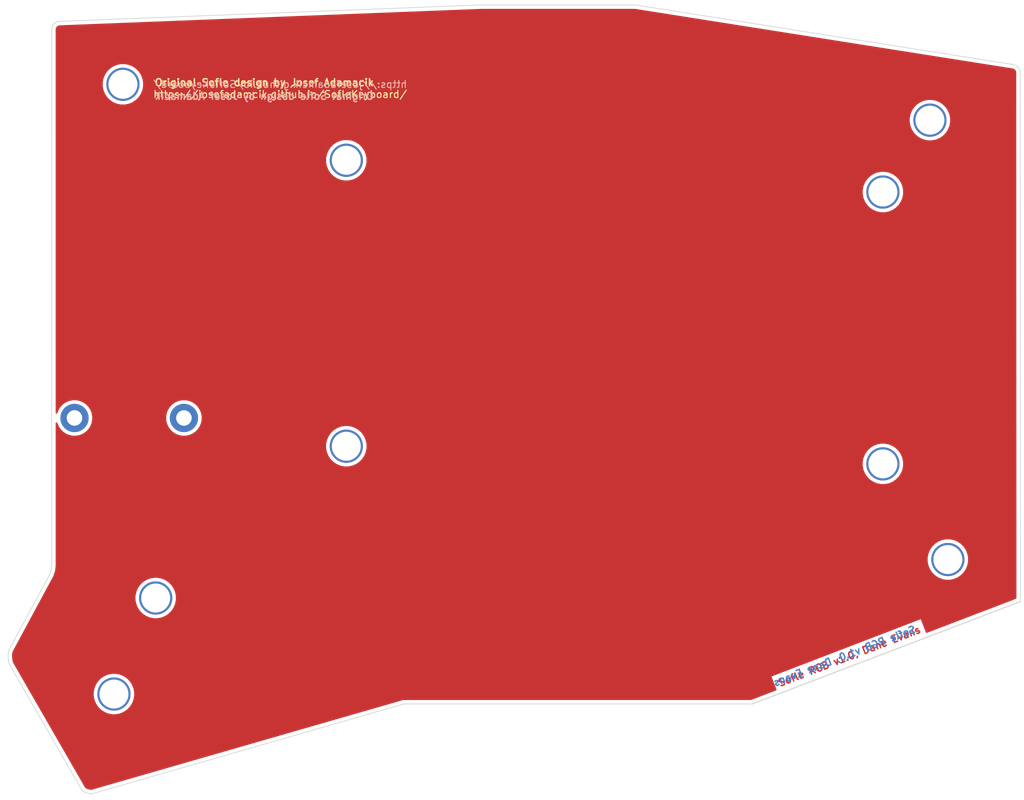
<source format=kicad_pcb>
(kicad_pcb (version 20171130) (host pcbnew "(5.1.6)-1")

  (general
    (thickness 1.6)
    (drawings 41)
    (tracks 0)
    (zones 0)
    (modules 15)
    (nets 1)
  )

  (page A4)
  (layers
    (0 F.Cu signal)
    (31 B.Cu signal)
    (32 B.Adhes user hide)
    (33 F.Adhes user hide)
    (34 B.Paste user)
    (35 F.Paste user hide)
    (36 B.SilkS user)
    (37 F.SilkS user)
    (38 B.Mask user)
    (39 F.Mask user)
    (40 Dwgs.User user hide)
    (41 Cmts.User user hide)
    (42 Eco1.User user hide)
    (43 Eco2.User user hide)
    (44 Edge.Cuts user)
    (45 Margin user hide)
    (46 B.CrtYd user)
    (47 F.CrtYd user hide)
    (48 B.Fab user)
    (49 F.Fab user hide)
  )

  (setup
    (last_trace_width 0.25)
    (trace_clearance 0.2)
    (zone_clearance 0.508)
    (zone_45_only no)
    (trace_min 0.2)
    (via_size 0.6)
    (via_drill 0.4)
    (via_min_size 0.4)
    (via_min_drill 0.3)
    (uvia_size 0.3)
    (uvia_drill 0.1)
    (uvias_allowed no)
    (uvia_min_size 0.2)
    (uvia_min_drill 0.1)
    (edge_width 0.15)
    (segment_width 0.2)
    (pcb_text_width 0.3)
    (pcb_text_size 1.5 1.5)
    (mod_edge_width 0.15)
    (mod_text_size 1 1)
    (mod_text_width 0.15)
    (pad_size 4 4)
    (pad_drill 2.2)
    (pad_to_mask_clearance 0.2)
    (aux_axis_origin 0 0)
    (visible_elements 7FFFFFFF)
    (pcbplotparams
      (layerselection 0x010f0_ffffffff)
      (usegerberextensions false)
      (usegerberattributes false)
      (usegerberadvancedattributes false)
      (creategerberjobfile false)
      (excludeedgelayer true)
      (linewidth 0.100000)
      (plotframeref false)
      (viasonmask false)
      (mode 1)
      (useauxorigin false)
      (hpglpennumber 1)
      (hpglpenspeed 20)
      (hpglpendiameter 15.000000)
      (psnegative false)
      (psa4output false)
      (plotreference true)
      (plotvalue true)
      (plotinvisibletext false)
      (padsonsilk false)
      (subtractmaskfromsilk false)
      (outputformat 1)
      (mirror false)
      (drillshape 0)
      (scaleselection 1)
      (outputdirectory "gerbers/"))
  )

  (net 0 "")

  (net_class Default "This is the default net class."
    (clearance 0.2)
    (trace_width 0.25)
    (via_dia 0.6)
    (via_drill 0.4)
    (uvia_dia 0.3)
    (uvia_drill 0.1)
  )

  (module Dane:gecko-logo (layer B.Cu) (tedit 0) (tstamp 5F8157B8)
    (at 187.96 130.81 180)
    (fp_text reference G*** (at 0 0) (layer B.SilkS) hide
      (effects (font (size 1.524 1.524) (thickness 0.3)) (justify mirror))
    )
    (fp_text value LOGO (at 0.75 0) (layer B.SilkS) hide
      (effects (font (size 1.524 1.524) (thickness 0.3)) (justify mirror))
    )
    (fp_poly (pts (xy 0.601318 1.845968) (xy 0.629566 1.801122) (xy 0.660606 1.731632) (xy 0.674278 1.696637)
      (xy 0.696844 1.640456) (xy 0.717741 1.594158) (xy 0.734739 1.562309) (xy 0.745612 1.549474)
      (xy 0.746125 1.549405) (xy 0.757513 1.537853) (xy 0.761992 1.50684) (xy 0.762 1.505208)
      (xy 0.766997 1.463388) (xy 0.77927 1.418191) (xy 0.781708 1.411757) (xy 0.79008 1.387564)
      (xy 0.794426 1.362926) (xy 0.794778 1.331829) (xy 0.791165 1.288257) (xy 0.783616 1.226195)
      (xy 0.782658 1.218829) (xy 0.763898 1.075159) (xy 0.904872 0.890005) (xy 0.949855 0.830926)
      (xy 0.989325 0.779091) (xy 1.020787 0.737776) (xy 1.041748 0.710256) (xy 1.049674 0.699857)
      (xy 1.063704 0.699863) (xy 1.095604 0.706722) (xy 1.139384 0.718573) (xy 1.189058 0.733553)
      (xy 1.238637 0.7498) (xy 1.282132 0.765451) (xy 1.313556 0.778644) (xy 1.325376 0.785602)
      (xy 1.346102 0.811208) (xy 1.370849 0.85208) (xy 1.395846 0.900516) (xy 1.417324 0.948813)
      (xy 1.431511 0.98927) (xy 1.4351 1.009732) (xy 1.443261 1.038113) (xy 1.462639 1.051849)
      (xy 1.485574 1.046296) (xy 1.48961 1.04277) (xy 1.497711 1.024581) (xy 1.488756 1.003156)
      (xy 1.47949 0.975875) (xy 1.473922 0.935468) (xy 1.4732 0.915429) (xy 1.476946 0.871614)
      (xy 1.489701 0.847647) (xy 1.513732 0.843044) (xy 1.551311 0.857322) (xy 1.601845 0.888082)
      (xy 1.64655 0.917306) (xy 1.675006 0.933308) (xy 1.691757 0.937452) (xy 1.701347 0.931102)
      (xy 1.706832 0.919604) (xy 1.708613 0.891777) (xy 1.689343 0.877564) (xy 1.676717 0.8763)
      (xy 1.654223 0.866178) (xy 1.626807 0.840966) (xy 1.600696 0.808396) (xy 1.582118 0.7762)
      (xy 1.577172 0.752711) (xy 1.590575 0.734045) (xy 1.61879 0.713928) (xy 1.653392 0.69651)
      (xy 1.685955 0.685939) (xy 1.708055 0.686365) (xy 1.709715 0.68744) (xy 1.731588 0.693257)
      (xy 1.754269 0.685777) (xy 1.765097 0.669315) (xy 1.765105 0.668567) (xy 1.756737 0.638731)
      (xy 1.735707 0.628278) (xy 1.71695 0.633689) (xy 1.684941 0.643864) (xy 1.644157 0.64804)
      (xy 1.603043 0.646526) (xy 1.570045 0.639627) (xy 1.553648 0.627755) (xy 1.557824 0.608475)
      (xy 1.575994 0.580265) (xy 1.602145 0.549844) (xy 1.630265 0.523931) (xy 1.654341 0.509245)
      (xy 1.66081 0.508) (xy 1.673501 0.499215) (xy 1.67397 0.479469) (xy 1.664464 0.458679)
      (xy 1.647228 0.446761) (xy 1.646924 0.446701) (xy 1.624724 0.45296) (xy 1.617287 0.467195)
      (xy 1.603162 0.483497) (xy 1.571302 0.505626) (xy 1.527773 0.530536) (xy 1.478638 0.555181)
      (xy 1.429963 0.576516) (xy 1.387813 0.591493) (xy 1.358696 0.597067) (xy 1.335049 0.59528)
      (xy 1.291811 0.590259) (xy 1.234485 0.582706) (xy 1.168573 0.573323) (xy 1.145794 0.569931)
      (xy 1.081186 0.560564) (xy 1.026188 0.553272) (xy 0.985344 0.548605) (xy 0.963198 0.547112)
      (xy 0.960582 0.547539) (xy 0.95285 0.559547) (xy 0.934297 0.589102) (xy 0.907459 0.632148)
      (xy 0.874868 0.684627) (xy 0.864033 0.702113) (xy 0.830281 0.755791) (xy 0.801348 0.800261)
      (xy 0.77975 0.831773) (xy 0.768004 0.846575) (xy 0.766718 0.847153) (xy 0.766221 0.833748)
      (xy 0.767225 0.798425) (xy 0.769569 0.744607) (xy 0.773092 0.675722) (xy 0.77763 0.595195)
      (xy 0.782195 0.51969) (xy 0.802293 0.19685) (xy 0.674235 -0.048899) (xy 0.637146 -0.121453)
      (xy 0.605074 -0.186857) (xy 0.579605 -0.241654) (xy 0.562321 -0.282389) (xy 0.554808 -0.305605)
      (xy 0.554914 -0.309249) (xy 0.56465 -0.323371) (xy 0.587103 -0.35488) (xy 0.620019 -0.400643)
      (xy 0.661142 -0.457531) (xy 0.708217 -0.52241) (xy 0.73293 -0.556386) (xy 0.781738 -0.623707)
      (xy 0.825293 -0.684305) (xy 0.861431 -0.735125) (xy 0.887987 -0.773114) (xy 0.902797 -0.795217)
      (xy 0.905128 -0.799381) (xy 0.896186 -0.80958) (xy 0.86952 -0.832363) (xy 0.828007 -0.86546)
      (xy 0.774525 -0.906601) (xy 0.711953 -0.953513) (xy 0.67945 -0.977476) (xy 0.613158 -1.026368)
      (xy 0.554118 -1.070442) (xy 0.505304 -1.107436) (xy 0.469686 -1.135088) (xy 0.450237 -1.151136)
      (xy 0.447524 -1.154032) (xy 0.454771 -1.167292) (xy 0.47848 -1.188562) (xy 0.512775 -1.213763)
      (xy 0.551777 -1.238821) (xy 0.589608 -1.259657) (xy 0.61595 -1.270839) (xy 0.661836 -1.279922)
      (xy 0.727894 -1.284321) (xy 0.79375 -1.284175) (xy 0.854907 -1.281721) (xy 0.896276 -1.277641)
      (xy 0.923462 -1.270895) (xy 0.94207 -1.260443) (xy 0.947715 -1.255604) (xy 0.968302 -1.23905)
      (xy 0.982568 -1.240003) (xy 0.996071 -1.251885) (xy 1.010095 -1.275517) (xy 1.01038 -1.291726)
      (xy 1.004043 -1.311187) (xy 1.0033 -1.315488) (xy 0.992231 -1.319205) (xy 0.965531 -1.320798)
      (xy 0.964777 -1.3208) (xy 0.931477 -1.326577) (xy 0.88835 -1.341359) (xy 0.862393 -1.353161)
      (xy 0.825523 -1.37354) (xy 0.807043 -1.390044) (xy 0.801813 -1.408357) (xy 0.80249 -1.419379)
      (xy 0.810655 -1.442615) (xy 0.832454 -1.464699) (xy 0.872752 -1.490414) (xy 0.877498 -1.493095)
      (xy 0.920395 -1.515607) (xy 0.959172 -1.53333) (xy 0.980872 -1.541067) (xy 1.011086 -1.557217)
      (xy 1.02348 -1.58196) (xy 1.014664 -1.608159) (xy 0.989736 -1.623852) (xy 0.963588 -1.62134)
      (xy 0.946604 -1.60163) (xy 0.94658 -1.601557) (xy 0.934439 -1.585989) (xy 0.906234 -1.573518)
      (xy 0.85735 -1.562119) (xy 0.856189 -1.561899) (xy 0.8112 -1.554096) (xy 0.784146 -1.552285)
      (xy 0.768149 -1.557023) (xy 0.756334 -1.568867) (xy 0.755418 -1.570067) (xy 0.743412 -1.58954)
      (xy 0.738086 -1.611828) (xy 0.738776 -1.644397) (xy 0.744529 -1.692609) (xy 0.753705 -1.7332)
      (xy 0.768434 -1.753337) (xy 0.776307 -1.7567) (xy 0.792654 -1.766329) (xy 0.791173 -1.787066)
      (xy 0.78922 -1.792693) (xy 0.770518 -1.819723) (xy 0.746584 -1.827086) (xy 0.725108 -1.81457)
      (xy 0.715858 -1.794699) (xy 0.705533 -1.762443) (xy 0.688996 -1.719388) (xy 0.678199 -1.693925)
      (xy 0.656494 -1.652148) (xy 0.6354 -1.629869) (xy 0.616907 -1.622674) (xy 0.598938 -1.621182)
      (xy 0.586424 -1.62844) (xy 0.575552 -1.649456) (xy 0.562509 -1.689235) (xy 0.560077 -1.697305)
      (xy 0.548515 -1.743116) (xy 0.542396 -1.78247) (xy 0.542781 -1.80478) (xy 0.540636 -1.832634)
      (xy 0.522993 -1.849417) (xy 0.498441 -1.85211) (xy 0.475573 -1.837697) (xy 0.470613 -1.830133)
      (xy 0.465358 -1.805782) (xy 0.477852 -1.78937) (xy 0.486811 -1.778222) (xy 0.491885 -1.759795)
      (xy 0.493451 -1.729159) (xy 0.491886 -1.681383) (xy 0.489369 -1.638811) (xy 0.485863 -1.588646)
      (xy 0.481217 -1.548358) (xy 0.473348 -1.513756) (xy 0.460173 -1.480648) (xy 0.439611 -1.444843)
      (xy 0.409578 -1.402149) (xy 0.367991 -1.348374) (xy 0.312767 -1.279327) (xy 0.307478 -1.272744)
      (xy 0.275793 -1.234556) (xy 0.251581 -1.205072) (xy 0.23606 -1.181175) (xy 0.230445 -1.159746)
      (xy 0.235952 -1.137667) (xy 0.253798 -1.111818) (xy 0.285198 -1.079081) (xy 0.331368 -1.036338)
      (xy 0.393525 -0.980471) (xy 0.436648 -0.94149) (xy 0.612946 -0.781215) (xy 0.507883 -0.682707)
      (xy 0.465446 -0.643541) (xy 0.42979 -0.611801) (xy 0.404922 -0.590976) (xy 0.395084 -0.584448)
      (xy 0.38554 -0.59463) (xy 0.365898 -0.62192) (xy 0.339327 -0.661764) (xy 0.317966 -0.695224)
      (xy 0.258908 -0.778294) (xy 0.184258 -0.86661) (xy 0.100686 -0.953183) (xy 0.01486 -1.031026)
      (xy -0.052686 -1.08356) (xy -0.122406 -1.12796) (xy -0.205824 -1.173371) (xy -0.294379 -1.215697)
      (xy -0.379512 -1.250837) (xy -0.45085 -1.274214) (xy -0.536598 -1.292799) (xy -0.633428 -1.306921)
      (xy -0.731482 -1.315588) (xy -0.820897 -1.317808) (xy -0.864133 -1.315816) (xy -1.016028 -1.290813)
      (xy -1.162582 -1.24203) (xy -1.301703 -1.170877) (xy -1.431298 -1.078765) (xy -1.549276 -0.967106)
      (xy -1.653546 -0.837309) (xy -1.713517 -0.74295) (xy -1.74279 -0.69215) (xy -1.707554 -0.7366)
      (xy -1.664556 -0.7864) (xy -1.609239 -0.844071) (xy -1.547225 -0.90434) (xy -1.484138 -0.961931)
      (xy -1.425601 -1.011569) (xy -1.377237 -1.047981) (xy -1.3716 -1.051721) (xy -1.245176 -1.120651)
      (xy -1.112029 -1.168911) (xy -0.975949 -1.195852) (xy -0.840726 -1.200823) (xy -0.710149 -1.183173)
      (xy -0.669045 -1.172369) (xy -0.589275 -1.14386) (xy -0.499007 -1.103771) (xy -0.407416 -1.056592)
      (xy -0.323675 -1.006812) (xy -0.303663 -0.99355) (xy -0.235204 -0.943689) (xy -0.173883 -0.891145)
      (xy -0.116659 -0.832288) (xy -0.060488 -0.76349) (xy -0.00233 -0.681122) (xy 0.060859 -0.581556)
      (xy 0.108154 -0.502344) (xy 0.1822 -0.376039) (xy 0.062525 -0.264936) (xy 0.017749 -0.224694)
      (xy -0.019949 -0.193325) (xy -0.047049 -0.173572) (xy -0.060033 -0.168175) (xy -0.060612 -0.168991)
      (xy -0.063064 -0.186795) (xy -0.067286 -0.224592) (xy -0.072716 -0.277084) (xy -0.078788 -0.338971)
      (xy -0.079662 -0.348129) (xy -0.09525 -0.512109) (xy -0.299052 -0.315576) (xy -0.368065 -0.2495)
      (xy -0.422106 -0.199121) (xy -0.46408 -0.162089) (xy -0.496893 -0.136058) (xy -0.52345 -0.11868)
      (xy -0.546657 -0.107608) (xy -0.563249 -0.102132) (xy -0.6089 -0.094084) (xy -0.665441 -0.090868)
      (xy -0.725859 -0.092064) (xy -0.783143 -0.097253) (xy -0.830281 -0.106016) (xy -0.860263 -0.117934)
      (xy -0.862931 -0.120043) (xy -0.883564 -0.132646) (xy -0.904041 -0.125093) (xy -0.907144 -0.122883)
      (xy -0.924869 -0.098751) (xy -0.922059 -0.074377) (xy -0.901259 -0.05852) (xy -0.887849 -0.056509)
      (xy -0.857992 -0.051155) (xy -0.817757 -0.038243) (xy -0.775521 -0.021207) (xy -0.73966 -0.003477)
      (xy -0.718549 0.011514) (xy -0.717079 0.013464) (xy -0.711706 0.043532) (xy -0.731487 0.075317)
      (xy -0.776246 0.1086) (xy -0.802846 0.123172) (xy -0.846133 0.144559) (xy -0.88281 0.161534)
      (xy -0.904875 0.170398) (xy -0.923089 0.186663) (xy -0.92562 0.213132) (xy -0.91186 0.238761)
      (xy -0.886202 0.253155) (xy -0.865284 0.244529) (xy -0.857715 0.230065) (xy -0.842035 0.212182)
      (xy -0.805346 0.195931) (xy -0.771134 0.186141) (xy -0.727794 0.175774) (xy -0.701505 0.1724)
      (xy -0.68481 0.176342) (xy -0.670251 0.187925) (xy -0.667477 0.190653) (xy -0.650729 0.22229)
      (xy -0.644282 0.26675) (xy -0.647785 0.313935) (xy -0.660888 0.353751) (xy -0.673713 0.370336)
      (xy -0.695731 0.399876) (xy -0.693593 0.428694) (xy -0.68473 0.440491) (xy -0.662197 0.449456)
      (xy -0.63772 0.443539) (xy -0.623057 0.426451) (xy -0.622302 0.420794) (xy -0.617439 0.399053)
      (xy -0.604716 0.362372) (xy -0.587726 0.320675) (xy -0.567687 0.277703) (xy -0.551789 0.253565)
      (xy -0.535673 0.243162) (xy -0.519885 0.2413) (xy -0.500593 0.243994) (xy -0.486971 0.255817)
      (xy -0.474837 0.282385) (xy -0.463835 0.316562) (xy -0.452711 0.361044) (xy -0.447255 0.399122)
      (xy -0.447978 0.418328) (xy -0.445173 0.445306) (xy -0.426489 0.461615) (xy -0.400696 0.46273)
      (xy -0.382942 0.451885) (xy -0.369497 0.431384) (xy -0.376492 0.408955) (xy -0.378074 0.406368)
      (xy -0.386015 0.379699) (xy -0.391323 0.331391) (xy -0.393631 0.265106) (xy -0.3937 0.249869)
      (xy -0.3937 0.118392) (xy -0.295542 -0.017758) (xy -0.259737 -0.067889) (xy -0.23293 -0.103877)
      (xy -0.213377 -0.124241) (xy -0.199338 -0.127498) (xy -0.18907 -0.112168) (xy -0.180831 -0.076767)
      (xy -0.17288 -0.019814) (xy -0.163474 0.060174) (xy -0.158977 0.098425) (xy -0.150573 0.165099)
      (xy -0.142524 0.221828) (xy -0.135513 0.264303) (xy -0.130224 0.288217) (xy -0.128292 0.291896)
      (xy -0.116972 0.283703) (xy -0.08983 0.260962) (xy -0.049816 0.226239) (xy 0.000122 0.182097)
      (xy 0.057035 0.131103) (xy 0.068815 0.12047) (xy 0.126385 0.068712) (xy 0.177192 0.023547)
      (xy 0.218381 -0.01253) (xy 0.247097 -0.037023) (xy 0.260485 -0.047436) (xy 0.261083 -0.047601)
      (xy 0.261331 -0.034505) (xy 0.260091 -0.000703) (xy 0.257581 0.049168) (xy 0.254018 0.110473)
      (xy 0.252589 0.13335) (xy 0.249029 0.201805) (xy 0.247622 0.26684) (xy 0.248542 0.334176)
      (xy 0.251965 0.409529) (xy 0.258064 0.498618) (xy 0.267016 0.607161) (xy 0.267101 0.608138)
      (xy 0.27422 0.69206) (xy 0.280255 0.767122) (xy 0.284948 0.829767) (xy 0.28804 0.87644)
      (xy 0.289273 0.903583) (xy 0.288988 0.909046) (xy 0.277089 0.904726) (xy 0.247466 0.890094)
      (xy 0.204473 0.867394) (xy 0.152465 0.83887) (xy 0.147917 0.836333) (xy 0.095449 0.807477)
      (xy 0.051725 0.784305) (xy 0.021069 0.769044) (xy 0.007803 0.763922) (xy 0.007616 0.764025)
      (xy -0.012673 0.789778) (xy -0.0446 0.827869) (xy -0.084851 0.874584) (xy -0.130114 0.926209)
      (xy -0.177074 0.97903) (xy -0.22242 1.029333) (xy -0.262837 1.073404) (xy -0.295012 1.10753)
      (xy -0.315633 1.127996) (xy -0.320628 1.131974) (xy -0.363934 1.15182) (xy -0.414328 1.169997)
      (xy -0.46492 1.184616) (xy -0.508821 1.19379) (xy -0.539143 1.19563) (xy -0.546142 1.193778)
      (xy -0.571121 1.191617) (xy -0.58999 1.206902) (xy -0.594323 1.231782) (xy -0.592724 1.237166)
      (xy -0.583761 1.246549) (xy -0.562816 1.250806) (xy -0.524833 1.250496) (xy -0.491626 1.24834)
      (xy -0.443423 1.245136) (xy -0.414705 1.245452) (xy -0.399653 1.250593) (xy -0.392447 1.261864)
      (xy -0.389706 1.271203) (xy -0.388787 1.299359) (xy -0.402215 1.330795) (xy -0.432369 1.369713)
      (xy -0.464694 1.403648) (xy -0.49351 1.43906) (xy -0.502254 1.466086) (xy -0.49076 1.482293)
      (xy -0.470299 1.4859) (xy -0.448594 1.477048) (xy -0.444478 1.463675) (xy -0.433728 1.442632)
      (xy -0.406809 1.418521) (xy -0.371663 1.396265) (xy -0.336235 1.380785) (xy -0.308464 1.377)
      (xy -0.305673 1.377674) (xy -0.285541 1.395323) (xy -0.268212 1.428926) (xy -0.256625 1.46904)
      (xy -0.253722 1.50622) (xy -0.259225 1.526859) (xy -0.26524 1.551343) (xy -0.257711 1.56347)
      (xy -0.234824 1.573042) (xy -0.214085 1.563218) (xy -0.204517 1.539056) (xy -0.204663 1.533727)
      (xy -0.205747 1.504157) (xy -0.205672 1.461822) (xy -0.205176 1.439757) (xy -0.202076 1.399325)
      (xy -0.194331 1.377699) (xy -0.179545 1.368383) (xy -0.178767 1.368174) (xy -0.156212 1.373851)
      (xy -0.128007 1.396134) (xy -0.099873 1.428915) (xy -0.077534 1.466087) (xy -0.070565 1.48365)
      (xy -0.055069 1.506221) (xy -0.033964 1.508866) (xy -0.010547 1.497366) (xy -0.002679 1.477904)
      (xy -0.012457 1.459944) (xy -0.02207 1.455208) (xy -0.036615 1.440044) (xy -0.054483 1.406504)
      (xy -0.073371 1.360983) (xy -0.090975 1.309873) (xy -0.104991 1.259568) (xy -0.113115 1.216462)
      (xy -0.114248 1.199394) (xy -0.106347 1.16748) (xy -0.083771 1.119396) (xy -0.048112 1.058483)
      (xy -0.04377 1.051629) (xy 0.026655 0.941208) (xy 0.162552 1.012297) (xy 0.216038 1.040528)
      (xy 0.261262 1.064871) (xy 0.293464 1.08273) (xy 0.307881 1.091511) (xy 0.307889 1.091518)
      (xy 0.310779 1.106752) (xy 0.311334 1.141754) (xy 0.309605 1.191003) (xy 0.306511 1.238252)
      (xy 0.3021 1.302026) (xy 0.300905 1.346928) (xy 0.303347 1.379329) (xy 0.309844 1.405602)
      (xy 0.319018 1.428202) (xy 0.333996 1.470421) (xy 0.342144 1.511313) (xy 0.342621 1.519894)
      (xy 0.34897 1.553094) (xy 0.36293 1.564344) (xy 0.376269 1.577095) (xy 0.396877 1.608757)
      (xy 0.422088 1.654864) (xy 0.445016 1.7018) (xy 0.483707 1.779631) (xy 0.517056 1.833)
      (xy 0.54669 1.86187) (xy 0.574235 1.866205) (xy 0.601318 1.845968)) (layer B.Mask) (width 0.01))
  )

  (module "Dane:big gecko" (layer B.Cu) (tedit 0) (tstamp 5F815775)
    (at 129.54 116.84 180)
    (fp_text reference G*** (at 0 0) (layer B.SilkS) hide
      (effects (font (size 1.524 1.524) (thickness 0.3)) (justify mirror))
    )
    (fp_text value LOGO (at 0.75 0) (layer B.SilkS) hide
      (effects (font (size 1.524 1.524) (thickness 0.3)) (justify mirror))
    )
    (fp_poly (pts (xy 4.008792 12.306448) (xy 4.197112 12.00748) (xy 4.404044 11.54421) (xy 4.495193 11.310908)
      (xy 4.645632 10.936371) (xy 4.784941 10.627718) (xy 4.898265 10.415388) (xy 4.970751 10.329822)
      (xy 4.974167 10.329363) (xy 5.050092 10.252351) (xy 5.079949 10.045593) (xy 5.08 10.034713)
      (xy 5.113317 9.755915) (xy 5.195135 9.454602) (xy 5.211393 9.41171) (xy 5.267201 9.250425)
      (xy 5.296179 9.086173) (xy 5.298526 8.878855) (xy 5.274438 8.588374) (xy 5.224113 8.174631)
      (xy 5.217722 8.125525) (xy 5.092658 7.167724) (xy 6.032483 5.933362) (xy 6.332372 5.539501)
      (xy 6.595504 5.193938) (xy 6.805253 4.918506) (xy 6.944992 4.735039) (xy 6.997831 4.665712)
      (xy 7.091364 4.66575) (xy 7.304027 4.711479) (xy 7.595899 4.790485) (xy 7.927058 4.890351)
      (xy 8.257583 4.998662) (xy 8.547553 5.103002) (xy 8.757046 5.190955) (xy 8.83584 5.237342)
      (xy 8.974014 5.408051) (xy 9.138994 5.68053) (xy 9.305645 6.003434) (xy 9.44883 6.325416)
      (xy 9.543412 6.595131) (xy 9.567334 6.731543) (xy 9.621743 6.920752) (xy 9.750929 7.012322)
      (xy 9.903831 6.975306) (xy 9.930738 6.951796) (xy 9.984745 6.830536) (xy 9.925047 6.687702)
      (xy 9.863269 6.505829) (xy 9.82615 6.236452) (xy 9.821334 6.102854) (xy 9.846313 5.810759)
      (xy 9.931342 5.650976) (xy 10.091553 5.620288) (xy 10.342079 5.715478) (xy 10.678968 5.920542)
      (xy 10.977005 6.115371) (xy 11.166712 6.22205) (xy 11.278384 6.249676) (xy 11.342316 6.207344)
      (xy 11.378883 6.130693) (xy 11.390757 5.94518) (xy 11.262293 5.850421) (xy 11.178118 5.842)
      (xy 11.028157 5.774518) (xy 10.845381 5.606436) (xy 10.671308 5.389302) (xy 10.547456 5.174661)
      (xy 10.514483 5.018067) (xy 10.603837 4.893628) (xy 10.791938 4.759518) (xy 11.022617 4.643398)
      (xy 11.239706 4.572926) (xy 11.387038 4.575764) (xy 11.398102 4.582931) (xy 11.543923 4.621711)
      (xy 11.695131 4.571846) (xy 11.767317 4.462096) (xy 11.76737 4.457108) (xy 11.711584 4.258201)
      (xy 11.571384 4.188517) (xy 11.446334 4.224592) (xy 11.232943 4.292421) (xy 10.961049 4.320264)
      (xy 10.686957 4.310168) (xy 10.466973 4.264179) (xy 10.357659 4.185027) (xy 10.385497 4.056494)
      (xy 10.506628 3.868428) (xy 10.680968 3.665621) (xy 10.868434 3.492869) (xy 11.028942 3.394964)
      (xy 11.072072 3.386666) (xy 11.156678 3.328096) (xy 11.159805 3.196456) (xy 11.096428 3.057855)
      (xy 10.981522 2.978401) (xy 10.979499 2.978001) (xy 10.831494 3.019731) (xy 10.781916 3.114629)
      (xy 10.687751 3.22331) (xy 10.475353 3.370838) (xy 10.185155 3.536905) (xy 9.85759 3.701206)
      (xy 9.533091 3.843434) (xy 9.25209 3.943281) (xy 9.057977 3.980444) (xy 8.900327 3.96853)
      (xy 8.612074 3.935059) (xy 8.2299 3.884706) (xy 7.790492 3.822147) (xy 7.638629 3.799537)
      (xy 7.20791 3.737089) (xy 6.841258 3.688476) (xy 6.568964 3.657362) (xy 6.421322 3.647409)
      (xy 6.403881 3.65026) (xy 6.352335 3.730308) (xy 6.228652 3.927343) (xy 6.049727 4.214317)
      (xy 5.832458 4.564178) (xy 5.760223 4.680749) (xy 5.535213 5.0386) (xy 5.342323 5.335072)
      (xy 5.198334 5.545152) (xy 5.120027 5.643829) (xy 5.11146 5.647682) (xy 5.108142 5.558319)
      (xy 5.114837 5.322827) (xy 5.130465 4.964044) (xy 5.153947 4.50481) (xy 5.184204 3.967966)
      (xy 5.214635 3.464599) (xy 5.348626 1.312333) (xy 4.494901 -0.325997) (xy 4.247641 -0.809688)
      (xy 4.033833 -1.245714) (xy 3.864036 -1.611031) (xy 3.748813 -1.882597) (xy 3.698722 -2.03737)
      (xy 3.699431 -2.061664) (xy 3.764335 -2.155813) (xy 3.914025 -2.36587) (xy 4.133465 -2.67096)
      (xy 4.407619 -3.050208) (xy 4.72145 -3.482739) (xy 4.886202 -3.709242) (xy 5.211588 -4.158048)
      (xy 5.501956 -4.562034) (xy 5.742876 -4.900838) (xy 5.919918 -5.154098) (xy 6.018652 -5.301451)
      (xy 6.034192 -5.329213) (xy 5.974578 -5.3972) (xy 5.796802 -5.549089) (xy 5.520049 -5.769738)
      (xy 5.163506 -6.044007) (xy 4.746359 -6.356755) (xy 4.529667 -6.516513) (xy 4.087721 -6.842454)
      (xy 3.694126 -7.136281) (xy 3.368695 -7.38291) (xy 3.131242 -7.567258) (xy 3.001582 -7.674241)
      (xy 2.983499 -7.693548) (xy 3.031808 -7.781953) (xy 3.189871 -7.923749) (xy 3.418502 -8.091759)
      (xy 3.678515 -8.258807) (xy 3.930726 -8.397718) (xy 4.106334 -8.472264) (xy 4.412245 -8.532817)
      (xy 4.852633 -8.562141) (xy 5.291667 -8.561172) (xy 5.699381 -8.544809) (xy 5.975175 -8.517608)
      (xy 6.156416 -8.472635) (xy 6.280471 -8.402956) (xy 6.318106 -8.370696) (xy 6.455348 -8.26034)
      (xy 6.550458 -8.26669) (xy 6.640475 -8.345903) (xy 6.73397 -8.503449) (xy 6.735869 -8.611508)
      (xy 6.693626 -8.741251) (xy 6.688667 -8.769925) (xy 6.61488 -8.794702) (xy 6.436877 -8.805327)
      (xy 6.431852 -8.805334) (xy 6.209851 -8.843847) (xy 5.922339 -8.942397) (xy 5.749288 -9.021077)
      (xy 5.503488 -9.156939) (xy 5.380292 -9.266966) (xy 5.345425 -9.389048) (xy 5.349936 -9.462532)
      (xy 5.404373 -9.617435) (xy 5.549696 -9.76466) (xy 5.818351 -9.936095) (xy 5.849987 -9.953969)
      (xy 6.135973 -10.104049) (xy 6.394482 -10.222203) (xy 6.539148 -10.273783) (xy 6.740576 -10.381449)
      (xy 6.823204 -10.546402) (xy 6.764427 -10.721065) (xy 6.598243 -10.825684) (xy 6.423925 -10.808936)
      (xy 6.310694 -10.677535) (xy 6.31054 -10.677053) (xy 6.2296 -10.573265) (xy 6.041563 -10.490123)
      (xy 5.715668 -10.414131) (xy 5.70793 -10.412666) (xy 5.408003 -10.360645) (xy 5.227642 -10.348569)
      (xy 5.120999 -10.380156) (xy 5.042228 -10.459119) (xy 5.036122 -10.467114) (xy 4.956084 -10.596938)
      (xy 4.920577 -10.745522) (xy 4.925177 -10.962647) (xy 4.963532 -11.284063) (xy 5.024702 -11.554672)
      (xy 5.1229 -11.688914) (xy 5.175385 -11.711335) (xy 5.284364 -11.775531) (xy 5.274491 -11.913776)
      (xy 5.26147 -11.951289) (xy 5.136793 -12.13149) (xy 4.97723 -12.180574) (xy 4.834055 -12.097138)
      (xy 4.77239 -11.964663) (xy 4.703558 -11.749624) (xy 4.593307 -11.462588) (xy 4.521332 -11.292838)
      (xy 4.376632 -11.014322) (xy 4.236003 -10.865797) (xy 4.11272 -10.817832) (xy 3.992927 -10.807882)
      (xy 3.909496 -10.856272) (xy 3.837014 -10.996375) (xy 3.750065 -11.261568) (xy 3.733853 -11.315367)
      (xy 3.656769 -11.620774) (xy 3.615975 -11.883137) (xy 3.618542 -12.031873) (xy 3.604244 -12.217563)
      (xy 3.486621 -12.329447) (xy 3.322945 -12.347405) (xy 3.170487 -12.251316) (xy 3.137425 -12.200891)
      (xy 3.102392 -12.038553) (xy 3.185683 -11.929135) (xy 3.245412 -11.854815) (xy 3.279239 -11.731973)
      (xy 3.289678 -11.527733) (xy 3.279244 -11.209225) (xy 3.262465 -10.925411) (xy 3.23909 -10.590975)
      (xy 3.208115 -10.322389) (xy 3.155655 -10.091708) (xy 3.067826 -9.87099) (xy 2.930743 -9.632288)
      (xy 2.73052 -9.34766) (xy 2.453274 -8.989161) (xy 2.085118 -8.528847) (xy 2.04986 -8.484966)
      (xy 1.838623 -8.230376) (xy 1.677213 -8.033819) (xy 1.573738 -7.874506) (xy 1.536304 -7.731646)
      (xy 1.573018 -7.584448) (xy 1.691989 -7.412123) (xy 1.901321 -7.193879) (xy 2.209124 -6.908926)
      (xy 2.623503 -6.536474) (xy 2.910989 -6.276605) (xy 4.086311 -5.208104) (xy 3.385888 -4.551385)
      (xy 3.102975 -4.290276) (xy 2.865272 -4.078676) (xy 2.69948 -3.939842) (xy 2.633899 -3.896326)
      (xy 2.57027 -3.964205) (xy 2.439322 -4.146134) (xy 2.262183 -4.411767) (xy 2.119776 -4.634828)
      (xy 1.726054 -5.188633) (xy 1.228388 -5.777403) (xy 0.67124 -6.354557) (xy 0.099071 -6.873513)
      (xy -0.351238 -7.22374) (xy -0.816039 -7.519737) (xy -1.372154 -7.82248) (xy -1.962521 -8.104647)
      (xy -2.530077 -8.338915) (xy -3.005666 -8.494765) (xy -3.577315 -8.618661) (xy -4.222851 -8.712809)
      (xy -4.87654 -8.770592) (xy -5.472646 -8.785393) (xy -5.760882 -8.772109) (xy -6.773518 -8.605423)
      (xy -7.750544 -8.280201) (xy -8.678015 -7.805848) (xy -9.541983 -7.191771) (xy -10.328505 -6.447374)
      (xy -11.023634 -5.582064) (xy -11.423444 -4.953) (xy -11.618595 -4.614334) (xy -11.383689 -4.910667)
      (xy -11.097038 -5.242669) (xy -10.728255 -5.627146) (xy -10.314829 -6.028936) (xy -9.894248 -6.412875)
      (xy -9.504001 -6.743799) (xy -9.181575 -6.986544) (xy -9.144 -7.011478) (xy -8.301169 -7.471008)
      (xy -7.413523 -7.792745) (xy -6.506325 -7.972352) (xy -5.604838 -8.005491) (xy -4.734323 -7.887822)
      (xy -4.4603 -7.815795) (xy -3.928496 -7.625735) (xy -3.326712 -7.358476) (xy -2.716103 -7.043948)
      (xy -2.157827 -6.712081) (xy -2.024415 -6.623671) (xy -1.568021 -6.291266) (xy -1.159217 -5.94097)
      (xy -0.77772 -5.54859) (xy -0.403251 -5.089936) (xy -0.015528 -4.540817) (xy 0.405731 -3.877043)
      (xy 0.721031 -3.348967) (xy 1.214673 -2.506933) (xy 0.416836 -1.766246) (xy 0.118329 -1.497962)
      (xy -0.132987 -1.288836) (xy -0.313654 -1.157147) (xy -0.400215 -1.121172) (xy -0.404075 -1.126613)
      (xy -0.420423 -1.245302) (xy -0.448572 -1.497282) (xy -0.484767 -1.847228) (xy -0.52525 -2.259812)
      (xy -0.531075 -2.320866) (xy -0.635 -3.414065) (xy -1.993674 -2.10384) (xy -2.453761 -1.663339)
      (xy -2.814034 -1.327474) (xy -3.093861 -1.080596) (xy -3.312614 -0.907056) (xy -3.489664 -0.791204)
      (xy -3.644379 -0.717392) (xy -3.754993 -0.680882) (xy -4.059333 -0.627232) (xy -4.436269 -0.605791)
      (xy -4.839055 -0.613764) (xy -5.220949 -0.648357) (xy -5.535206 -0.706776) (xy -5.735081 -0.786228)
      (xy -5.752868 -0.800293) (xy -5.890426 -0.884312) (xy -6.026935 -0.833959) (xy -6.047621 -0.819224)
      (xy -6.165791 -0.658346) (xy -6.147055 -0.49585) (xy -6.008391 -0.390139) (xy -5.918991 -0.376733)
      (xy -5.719942 -0.341037) (xy -5.451712 -0.25496) (xy -5.170139 -0.141382) (xy -4.931064 -0.023183)
      (xy -4.790326 0.076757) (xy -4.780521 0.089756) (xy -4.744706 0.290207) (xy -4.876575 0.502113)
      (xy -5.174969 0.723995) (xy -5.352301 0.821142) (xy -5.640886 0.963725) (xy -5.885397 1.076887)
      (xy -6.0325 1.135985) (xy -6.153923 1.244416) (xy -6.170799 1.420877) (xy -6.079066 1.591733)
      (xy -5.908012 1.687696) (xy -5.768555 1.63019) (xy -5.718099 1.533763) (xy -5.613565 1.414546)
      (xy -5.368973 1.306206) (xy -5.140893 1.240937) (xy -4.851955 1.171824) (xy -4.676694 1.149327)
      (xy -4.565394 1.175608) (xy -4.468336 1.252832) (xy -4.449843 1.271017) (xy -4.338189 1.48193)
      (xy -4.295208 1.778327) (xy -4.318563 2.092898) (xy -4.405918 2.358337) (xy -4.491418 2.468905)
      (xy -4.638202 2.665836) (xy -4.623949 2.857959) (xy -4.56486 2.936606) (xy -4.414643 2.996368)
      (xy -4.251464 2.956924) (xy -4.153709 2.843006) (xy -4.148677 2.805292) (xy -4.116256 2.66035)
      (xy -4.031437 2.415811) (xy -3.91817 2.137833) (xy -3.784575 1.85135) (xy -3.678589 1.690432)
      (xy -3.571148 1.621077) (xy -3.465898 1.608666) (xy -3.337283 1.626621) (xy -3.24647 1.70544)
      (xy -3.165577 1.882562) (xy -3.092227 2.11041) (xy -3.018068 2.406957) (xy -2.9817 2.660811)
      (xy -2.986519 2.788852) (xy -2.967814 2.968704) (xy -2.843258 3.077427) (xy -2.671303 3.08486)
      (xy -2.552944 3.012563) (xy -2.463307 2.875893) (xy -2.509946 2.726361) (xy -2.520488 2.709113)
      (xy -2.573431 2.53132) (xy -2.608814 2.209271) (xy -2.624203 1.767369) (xy -2.624666 1.665787)
      (xy -2.624666 0.789277) (xy -1.970276 -0.118391) (xy -1.731578 -0.452595) (xy -1.55286 -0.692516)
      (xy -1.422511 -0.828275) (xy -1.328915 -0.849992) (xy -1.260462 -0.747787) (xy -1.205538 -0.511781)
      (xy -1.15253 -0.132094) (xy -1.089825 0.401154) (xy -1.059842 0.656166) (xy -1.003816 1.100655)
      (xy -0.950156 1.478847) (xy -0.903417 1.762018) (xy -0.868156 1.921444) (xy -0.855276 1.945973)
      (xy -0.77981 1.89135) (xy -0.598866 1.739745) (xy -0.332103 1.508256) (xy 0.000818 1.21398)
      (xy 0.380239 0.874015) (xy 0.45877 0.803132) (xy 0.842573 0.458076) (xy 1.181285 0.156974)
      (xy 1.455877 -0.083538) (xy 1.647316 -0.246823) (xy 1.736573 -0.316246) (xy 1.740554 -0.317341)
      (xy 1.742207 -0.230037) (xy 1.733942 -0.004692) (xy 1.717208 0.327785) (xy 1.693456 0.736484)
      (xy 1.683933 0.889) (xy 1.660198 1.345361) (xy 1.650815 1.778933) (xy 1.65695 2.227835)
      (xy 1.679767 2.730189) (xy 1.720432 3.324116) (xy 1.780111 4.047739) (xy 1.780676 4.05425)
      (xy 1.828135 4.613729) (xy 1.86837 5.114142) (xy 1.899657 5.531778) (xy 1.920272 5.842928)
      (xy 1.928489 6.023881) (xy 1.926587 6.060301) (xy 1.847266 6.031503) (xy 1.649779 5.933955)
      (xy 1.363159 5.782622) (xy 1.016435 5.592466) (xy 0.986118 5.575549) (xy 0.636329 5.383178)
      (xy 0.344837 5.228696) (xy 0.140462 5.126955) (xy 0.052021 5.092809) (xy 0.050775 5.093497)
      (xy -0.084486 5.265183) (xy -0.297331 5.519122) (xy -0.565672 5.830555) (xy -0.867421 6.174721)
      (xy -1.180491 6.526861) (xy -1.482793 6.862215) (xy -1.75224 7.156024) (xy -1.966744 7.383528)
      (xy -2.104217 7.519968) (xy -2.137516 7.546491) (xy -2.426226 7.678799) (xy -2.762183 7.799976)
      (xy -3.099463 7.897437) (xy -3.392138 7.958596) (xy -3.594284 7.970865) (xy -3.640942 7.958519)
      (xy -3.807467 7.944113) (xy -3.933264 8.046007) (xy -3.962151 8.211873) (xy -3.951489 8.247772)
      (xy -3.891739 8.310323) (xy -3.752101 8.338704) (xy -3.498886 8.336639) (xy -3.277501 8.322266)
      (xy -2.956151 8.300904) (xy -2.764697 8.303008) (xy -2.664348 8.33728) (xy -2.61631 8.412421)
      (xy -2.598038 8.474684) (xy -2.591908 8.662391) (xy -2.681429 8.871965) (xy -2.882455 9.131414)
      (xy -3.09796 9.357649) (xy -3.290062 9.593732) (xy -3.348354 9.773902) (xy -3.271731 9.881951)
      (xy -3.135324 9.906) (xy -2.990623 9.846983) (xy -2.963182 9.757833) (xy -2.891514 9.617542)
      (xy -2.712054 9.456806) (xy -2.477753 9.308432) (xy -2.24156 9.205227) (xy -2.056426 9.179999)
      (xy -2.037813 9.184488) (xy -1.903603 9.302147) (xy -1.788074 9.526172) (xy -1.71083 9.793598)
      (xy -1.691474 10.041462) (xy -1.728163 10.179053) (xy -1.768266 10.342283) (xy -1.718071 10.423129)
      (xy -1.565487 10.486942) (xy -1.427232 10.42145) (xy -1.363442 10.260369) (xy -1.364419 10.224846)
      (xy -1.371645 10.027713) (xy -1.37114 9.745478) (xy -1.367834 9.598375) (xy -1.347171 9.328831)
      (xy -1.295538 9.184657) (xy -1.196962 9.122553) (xy -1.191779 9.121153) (xy -1.04141 9.159003)
      (xy -0.853374 9.307554) (xy -0.665819 9.526094) (xy -0.516892 9.773913) (xy -0.470429 9.890996)
      (xy -0.367123 10.041468) (xy -0.226426 10.059102) (xy -0.070309 9.982436) (xy -0.017853 9.852691)
      (xy -0.083045 9.732959) (xy -0.147127 9.701381) (xy -0.244094 9.600287) (xy -0.363217 9.37669)
      (xy -0.489137 9.073214) (xy -0.606496 8.732482) (xy -0.699935 8.397117) (xy -0.754096 8.109741)
      (xy -0.761648 7.995958) (xy -0.708977 7.783194) (xy -0.558471 7.462639) (xy -0.320743 7.056549)
      (xy -0.291795 7.010859) (xy 0.177706 6.274718) (xy 1.083686 6.748646) (xy 1.440256 6.936849)
      (xy 1.74175 7.099134) (xy 1.956427 7.218197) (xy 2.052542 7.276736) (xy 2.052596 7.276782)
      (xy 2.071864 7.378344) (xy 2.075562 7.611689) (xy 2.064035 7.940014) (xy 2.043409 8.255007)
      (xy 2.014001 8.680171) (xy 2.006037 8.979515) (xy 2.022315 9.195521) (xy 2.065631 9.370673)
      (xy 2.126787 9.521345) (xy 2.226646 9.802804) (xy 2.280965 10.075418) (xy 2.284141 10.132625)
      (xy 2.326472 10.353958) (xy 2.419538 10.428958) (xy 2.508462 10.513964) (xy 2.645849 10.725041)
      (xy 2.813924 11.032423) (xy 2.966776 11.345333) (xy 3.224719 11.864203) (xy 3.447046 12.219994)
      (xy 3.644604 12.412461) (xy 3.828238 12.441361) (xy 4.008792 12.306448)) (layer B.Mask) (width 0.01))
  )

  (module "Dane:big gecko" (layer F.Cu) (tedit 0) (tstamp 5F815764)
    (at 124.46 116.84)
    (fp_text reference G*** (at 0 0) (layer F.SilkS) hide
      (effects (font (size 1.524 1.524) (thickness 0.3)))
    )
    (fp_text value LOGO (at 0.75 0) (layer F.SilkS) hide
      (effects (font (size 1.524 1.524) (thickness 0.3)))
    )
    (fp_poly (pts (xy 4.008792 -12.306448) (xy 4.197112 -12.00748) (xy 4.404044 -11.54421) (xy 4.495193 -11.310908)
      (xy 4.645632 -10.936371) (xy 4.784941 -10.627718) (xy 4.898265 -10.415388) (xy 4.970751 -10.329822)
      (xy 4.974167 -10.329363) (xy 5.050092 -10.252351) (xy 5.079949 -10.045593) (xy 5.08 -10.034713)
      (xy 5.113317 -9.755915) (xy 5.195135 -9.454602) (xy 5.211393 -9.41171) (xy 5.267201 -9.250425)
      (xy 5.296179 -9.086173) (xy 5.298526 -8.878855) (xy 5.274438 -8.588374) (xy 5.224113 -8.174631)
      (xy 5.217722 -8.125525) (xy 5.092658 -7.167724) (xy 6.032483 -5.933362) (xy 6.332372 -5.539501)
      (xy 6.595504 -5.193938) (xy 6.805253 -4.918506) (xy 6.944992 -4.735039) (xy 6.997831 -4.665712)
      (xy 7.091364 -4.66575) (xy 7.304027 -4.711479) (xy 7.595899 -4.790485) (xy 7.927058 -4.890351)
      (xy 8.257583 -4.998662) (xy 8.547553 -5.103002) (xy 8.757046 -5.190955) (xy 8.83584 -5.237342)
      (xy 8.974014 -5.408051) (xy 9.138994 -5.68053) (xy 9.305645 -6.003434) (xy 9.44883 -6.325416)
      (xy 9.543412 -6.595131) (xy 9.567334 -6.731543) (xy 9.621743 -6.920752) (xy 9.750929 -7.012322)
      (xy 9.903831 -6.975306) (xy 9.930738 -6.951796) (xy 9.984745 -6.830536) (xy 9.925047 -6.687702)
      (xy 9.863269 -6.505829) (xy 9.82615 -6.236452) (xy 9.821334 -6.102854) (xy 9.846313 -5.810759)
      (xy 9.931342 -5.650976) (xy 10.091553 -5.620288) (xy 10.342079 -5.715478) (xy 10.678968 -5.920542)
      (xy 10.977005 -6.115371) (xy 11.166712 -6.22205) (xy 11.278384 -6.249676) (xy 11.342316 -6.207344)
      (xy 11.378883 -6.130693) (xy 11.390757 -5.94518) (xy 11.262293 -5.850421) (xy 11.178118 -5.842)
      (xy 11.028157 -5.774518) (xy 10.845381 -5.606436) (xy 10.671308 -5.389302) (xy 10.547456 -5.174661)
      (xy 10.514483 -5.018067) (xy 10.603837 -4.893628) (xy 10.791938 -4.759518) (xy 11.022617 -4.643398)
      (xy 11.239706 -4.572926) (xy 11.387038 -4.575764) (xy 11.398102 -4.582931) (xy 11.543923 -4.621711)
      (xy 11.695131 -4.571846) (xy 11.767317 -4.462096) (xy 11.76737 -4.457108) (xy 11.711584 -4.258201)
      (xy 11.571384 -4.188517) (xy 11.446334 -4.224592) (xy 11.232943 -4.292421) (xy 10.961049 -4.320264)
      (xy 10.686957 -4.310168) (xy 10.466973 -4.264179) (xy 10.357659 -4.185027) (xy 10.385497 -4.056494)
      (xy 10.506628 -3.868428) (xy 10.680968 -3.665621) (xy 10.868434 -3.492869) (xy 11.028942 -3.394964)
      (xy 11.072072 -3.386666) (xy 11.156678 -3.328096) (xy 11.159805 -3.196456) (xy 11.096428 -3.057855)
      (xy 10.981522 -2.978401) (xy 10.979499 -2.978001) (xy 10.831494 -3.019731) (xy 10.781916 -3.114629)
      (xy 10.687751 -3.22331) (xy 10.475353 -3.370838) (xy 10.185155 -3.536905) (xy 9.85759 -3.701206)
      (xy 9.533091 -3.843434) (xy 9.25209 -3.943281) (xy 9.057977 -3.980444) (xy 8.900327 -3.96853)
      (xy 8.612074 -3.935059) (xy 8.2299 -3.884706) (xy 7.790492 -3.822147) (xy 7.638629 -3.799537)
      (xy 7.20791 -3.737089) (xy 6.841258 -3.688476) (xy 6.568964 -3.657362) (xy 6.421322 -3.647409)
      (xy 6.403881 -3.65026) (xy 6.352335 -3.730308) (xy 6.228652 -3.927343) (xy 6.049727 -4.214317)
      (xy 5.832458 -4.564178) (xy 5.760223 -4.680749) (xy 5.535213 -5.0386) (xy 5.342323 -5.335072)
      (xy 5.198334 -5.545152) (xy 5.120027 -5.643829) (xy 5.11146 -5.647682) (xy 5.108142 -5.558319)
      (xy 5.114837 -5.322827) (xy 5.130465 -4.964044) (xy 5.153947 -4.50481) (xy 5.184204 -3.967966)
      (xy 5.214635 -3.464599) (xy 5.348626 -1.312333) (xy 4.494901 0.325997) (xy 4.247641 0.809688)
      (xy 4.033833 1.245714) (xy 3.864036 1.611031) (xy 3.748813 1.882597) (xy 3.698722 2.03737)
      (xy 3.699431 2.061664) (xy 3.764335 2.155813) (xy 3.914025 2.36587) (xy 4.133465 2.67096)
      (xy 4.407619 3.050208) (xy 4.72145 3.482739) (xy 4.886202 3.709242) (xy 5.211588 4.158048)
      (xy 5.501956 4.562034) (xy 5.742876 4.900838) (xy 5.919918 5.154098) (xy 6.018652 5.301451)
      (xy 6.034192 5.329213) (xy 5.974578 5.3972) (xy 5.796802 5.549089) (xy 5.520049 5.769738)
      (xy 5.163506 6.044007) (xy 4.746359 6.356755) (xy 4.529667 6.516513) (xy 4.087721 6.842454)
      (xy 3.694126 7.136281) (xy 3.368695 7.38291) (xy 3.131242 7.567258) (xy 3.001582 7.674241)
      (xy 2.983499 7.693548) (xy 3.031808 7.781953) (xy 3.189871 7.923749) (xy 3.418502 8.091759)
      (xy 3.678515 8.258807) (xy 3.930726 8.397718) (xy 4.106334 8.472264) (xy 4.412245 8.532817)
      (xy 4.852633 8.562141) (xy 5.291667 8.561172) (xy 5.699381 8.544809) (xy 5.975175 8.517608)
      (xy 6.156416 8.472635) (xy 6.280471 8.402956) (xy 6.318106 8.370696) (xy 6.455348 8.26034)
      (xy 6.550458 8.26669) (xy 6.640475 8.345903) (xy 6.73397 8.503449) (xy 6.735869 8.611508)
      (xy 6.693626 8.741251) (xy 6.688667 8.769925) (xy 6.61488 8.794702) (xy 6.436877 8.805327)
      (xy 6.431852 8.805334) (xy 6.209851 8.843847) (xy 5.922339 8.942397) (xy 5.749288 9.021077)
      (xy 5.503488 9.156939) (xy 5.380292 9.266966) (xy 5.345425 9.389048) (xy 5.349936 9.462532)
      (xy 5.404373 9.617435) (xy 5.549696 9.76466) (xy 5.818351 9.936095) (xy 5.849987 9.953969)
      (xy 6.135973 10.104049) (xy 6.394482 10.222203) (xy 6.539148 10.273783) (xy 6.740576 10.381449)
      (xy 6.823204 10.546402) (xy 6.764427 10.721065) (xy 6.598243 10.825684) (xy 6.423925 10.808936)
      (xy 6.310694 10.677535) (xy 6.31054 10.677053) (xy 6.2296 10.573265) (xy 6.041563 10.490123)
      (xy 5.715668 10.414131) (xy 5.70793 10.412666) (xy 5.408003 10.360645) (xy 5.227642 10.348569)
      (xy 5.120999 10.380156) (xy 5.042228 10.459119) (xy 5.036122 10.467114) (xy 4.956084 10.596938)
      (xy 4.920577 10.745522) (xy 4.925177 10.962647) (xy 4.963532 11.284063) (xy 5.024702 11.554672)
      (xy 5.1229 11.688914) (xy 5.175385 11.711335) (xy 5.284364 11.775531) (xy 5.274491 11.913776)
      (xy 5.26147 11.951289) (xy 5.136793 12.13149) (xy 4.97723 12.180574) (xy 4.834055 12.097138)
      (xy 4.77239 11.964663) (xy 4.703558 11.749624) (xy 4.593307 11.462588) (xy 4.521332 11.292838)
      (xy 4.376632 11.014322) (xy 4.236003 10.865797) (xy 4.11272 10.817832) (xy 3.992927 10.807882)
      (xy 3.909496 10.856272) (xy 3.837014 10.996375) (xy 3.750065 11.261568) (xy 3.733853 11.315367)
      (xy 3.656769 11.620774) (xy 3.615975 11.883137) (xy 3.618542 12.031873) (xy 3.604244 12.217563)
      (xy 3.486621 12.329447) (xy 3.322945 12.347405) (xy 3.170487 12.251316) (xy 3.137425 12.200891)
      (xy 3.102392 12.038553) (xy 3.185683 11.929135) (xy 3.245412 11.854815) (xy 3.279239 11.731973)
      (xy 3.289678 11.527733) (xy 3.279244 11.209225) (xy 3.262465 10.925411) (xy 3.23909 10.590975)
      (xy 3.208115 10.322389) (xy 3.155655 10.091708) (xy 3.067826 9.87099) (xy 2.930743 9.632288)
      (xy 2.73052 9.34766) (xy 2.453274 8.989161) (xy 2.085118 8.528847) (xy 2.04986 8.484966)
      (xy 1.838623 8.230376) (xy 1.677213 8.033819) (xy 1.573738 7.874506) (xy 1.536304 7.731646)
      (xy 1.573018 7.584448) (xy 1.691989 7.412123) (xy 1.901321 7.193879) (xy 2.209124 6.908926)
      (xy 2.623503 6.536474) (xy 2.910989 6.276605) (xy 4.086311 5.208104) (xy 3.385888 4.551385)
      (xy 3.102975 4.290276) (xy 2.865272 4.078676) (xy 2.69948 3.939842) (xy 2.633899 3.896326)
      (xy 2.57027 3.964205) (xy 2.439322 4.146134) (xy 2.262183 4.411767) (xy 2.119776 4.634828)
      (xy 1.726054 5.188633) (xy 1.228388 5.777403) (xy 0.67124 6.354557) (xy 0.099071 6.873513)
      (xy -0.351238 7.22374) (xy -0.816039 7.519737) (xy -1.372154 7.82248) (xy -1.962521 8.104647)
      (xy -2.530077 8.338915) (xy -3.005666 8.494765) (xy -3.577315 8.618661) (xy -4.222851 8.712809)
      (xy -4.87654 8.770592) (xy -5.472646 8.785393) (xy -5.760882 8.772109) (xy -6.773518 8.605423)
      (xy -7.750544 8.280201) (xy -8.678015 7.805848) (xy -9.541983 7.191771) (xy -10.328505 6.447374)
      (xy -11.023634 5.582064) (xy -11.423444 4.953) (xy -11.618595 4.614334) (xy -11.383689 4.910667)
      (xy -11.097038 5.242669) (xy -10.728255 5.627146) (xy -10.314829 6.028936) (xy -9.894248 6.412875)
      (xy -9.504001 6.743799) (xy -9.181575 6.986544) (xy -9.144 7.011478) (xy -8.301169 7.471008)
      (xy -7.413523 7.792745) (xy -6.506325 7.972352) (xy -5.604838 8.005491) (xy -4.734323 7.887822)
      (xy -4.4603 7.815795) (xy -3.928496 7.625735) (xy -3.326712 7.358476) (xy -2.716103 7.043948)
      (xy -2.157827 6.712081) (xy -2.024415 6.623671) (xy -1.568021 6.291266) (xy -1.159217 5.94097)
      (xy -0.77772 5.54859) (xy -0.403251 5.089936) (xy -0.015528 4.540817) (xy 0.405731 3.877043)
      (xy 0.721031 3.348967) (xy 1.214673 2.506933) (xy 0.416836 1.766246) (xy 0.118329 1.497962)
      (xy -0.132987 1.288836) (xy -0.313654 1.157147) (xy -0.400215 1.121172) (xy -0.404075 1.126613)
      (xy -0.420423 1.245302) (xy -0.448572 1.497282) (xy -0.484767 1.847228) (xy -0.52525 2.259812)
      (xy -0.531075 2.320866) (xy -0.635 3.414065) (xy -1.993674 2.10384) (xy -2.453761 1.663339)
      (xy -2.814034 1.327474) (xy -3.093861 1.080596) (xy -3.312614 0.907056) (xy -3.489664 0.791204)
      (xy -3.644379 0.717392) (xy -3.754993 0.680882) (xy -4.059333 0.627232) (xy -4.436269 0.605791)
      (xy -4.839055 0.613764) (xy -5.220949 0.648357) (xy -5.535206 0.706776) (xy -5.735081 0.786228)
      (xy -5.752868 0.800293) (xy -5.890426 0.884312) (xy -6.026935 0.833959) (xy -6.047621 0.819224)
      (xy -6.165791 0.658346) (xy -6.147055 0.49585) (xy -6.008391 0.390139) (xy -5.918991 0.376733)
      (xy -5.719942 0.341037) (xy -5.451712 0.25496) (xy -5.170139 0.141382) (xy -4.931064 0.023183)
      (xy -4.790326 -0.076757) (xy -4.780521 -0.089756) (xy -4.744706 -0.290207) (xy -4.876575 -0.502113)
      (xy -5.174969 -0.723995) (xy -5.352301 -0.821142) (xy -5.640886 -0.963725) (xy -5.885397 -1.076887)
      (xy -6.0325 -1.135985) (xy -6.153923 -1.244416) (xy -6.170799 -1.420877) (xy -6.079066 -1.591733)
      (xy -5.908012 -1.687696) (xy -5.768555 -1.63019) (xy -5.718099 -1.533763) (xy -5.613565 -1.414546)
      (xy -5.368973 -1.306206) (xy -5.140893 -1.240937) (xy -4.851955 -1.171824) (xy -4.676694 -1.149327)
      (xy -4.565394 -1.175608) (xy -4.468336 -1.252832) (xy -4.449843 -1.271017) (xy -4.338189 -1.48193)
      (xy -4.295208 -1.778327) (xy -4.318563 -2.092898) (xy -4.405918 -2.358337) (xy -4.491418 -2.468905)
      (xy -4.638202 -2.665836) (xy -4.623949 -2.857959) (xy -4.56486 -2.936606) (xy -4.414643 -2.996368)
      (xy -4.251464 -2.956924) (xy -4.153709 -2.843006) (xy -4.148677 -2.805292) (xy -4.116256 -2.66035)
      (xy -4.031437 -2.415811) (xy -3.91817 -2.137833) (xy -3.784575 -1.85135) (xy -3.678589 -1.690432)
      (xy -3.571148 -1.621077) (xy -3.465898 -1.608666) (xy -3.337283 -1.626621) (xy -3.24647 -1.70544)
      (xy -3.165577 -1.882562) (xy -3.092227 -2.11041) (xy -3.018068 -2.406957) (xy -2.9817 -2.660811)
      (xy -2.986519 -2.788852) (xy -2.967814 -2.968704) (xy -2.843258 -3.077427) (xy -2.671303 -3.08486)
      (xy -2.552944 -3.012563) (xy -2.463307 -2.875893) (xy -2.509946 -2.726361) (xy -2.520488 -2.709113)
      (xy -2.573431 -2.53132) (xy -2.608814 -2.209271) (xy -2.624203 -1.767369) (xy -2.624666 -1.665787)
      (xy -2.624666 -0.789277) (xy -1.970276 0.118391) (xy -1.731578 0.452595) (xy -1.55286 0.692516)
      (xy -1.422511 0.828275) (xy -1.328915 0.849992) (xy -1.260462 0.747787) (xy -1.205538 0.511781)
      (xy -1.15253 0.132094) (xy -1.089825 -0.401154) (xy -1.059842 -0.656166) (xy -1.003816 -1.100655)
      (xy -0.950156 -1.478847) (xy -0.903417 -1.762018) (xy -0.868156 -1.921444) (xy -0.855276 -1.945973)
      (xy -0.77981 -1.89135) (xy -0.598866 -1.739745) (xy -0.332103 -1.508256) (xy 0.000818 -1.21398)
      (xy 0.380239 -0.874015) (xy 0.45877 -0.803132) (xy 0.842573 -0.458076) (xy 1.181285 -0.156974)
      (xy 1.455877 0.083538) (xy 1.647316 0.246823) (xy 1.736573 0.316246) (xy 1.740554 0.317341)
      (xy 1.742207 0.230037) (xy 1.733942 0.004692) (xy 1.717208 -0.327785) (xy 1.693456 -0.736484)
      (xy 1.683933 -0.889) (xy 1.660198 -1.345361) (xy 1.650815 -1.778933) (xy 1.65695 -2.227835)
      (xy 1.679767 -2.730189) (xy 1.720432 -3.324116) (xy 1.780111 -4.047739) (xy 1.780676 -4.05425)
      (xy 1.828135 -4.613729) (xy 1.86837 -5.114142) (xy 1.899657 -5.531778) (xy 1.920272 -5.842928)
      (xy 1.928489 -6.023881) (xy 1.926587 -6.060301) (xy 1.847266 -6.031503) (xy 1.649779 -5.933955)
      (xy 1.363159 -5.782622) (xy 1.016435 -5.592466) (xy 0.986118 -5.575549) (xy 0.636329 -5.383178)
      (xy 0.344837 -5.228696) (xy 0.140462 -5.126955) (xy 0.052021 -5.092809) (xy 0.050775 -5.093497)
      (xy -0.084486 -5.265183) (xy -0.297331 -5.519122) (xy -0.565672 -5.830555) (xy -0.867421 -6.174721)
      (xy -1.180491 -6.526861) (xy -1.482793 -6.862215) (xy -1.75224 -7.156024) (xy -1.966744 -7.383528)
      (xy -2.104217 -7.519968) (xy -2.137516 -7.546491) (xy -2.426226 -7.678799) (xy -2.762183 -7.799976)
      (xy -3.099463 -7.897437) (xy -3.392138 -7.958596) (xy -3.594284 -7.970865) (xy -3.640942 -7.958519)
      (xy -3.807467 -7.944113) (xy -3.933264 -8.046007) (xy -3.962151 -8.211873) (xy -3.951489 -8.247772)
      (xy -3.891739 -8.310323) (xy -3.752101 -8.338704) (xy -3.498886 -8.336639) (xy -3.277501 -8.322266)
      (xy -2.956151 -8.300904) (xy -2.764697 -8.303008) (xy -2.664348 -8.33728) (xy -2.61631 -8.412421)
      (xy -2.598038 -8.474684) (xy -2.591908 -8.662391) (xy -2.681429 -8.871965) (xy -2.882455 -9.131414)
      (xy -3.09796 -9.357649) (xy -3.290062 -9.593732) (xy -3.348354 -9.773902) (xy -3.271731 -9.881951)
      (xy -3.135324 -9.906) (xy -2.990623 -9.846983) (xy -2.963182 -9.757833) (xy -2.891514 -9.617542)
      (xy -2.712054 -9.456806) (xy -2.477753 -9.308432) (xy -2.24156 -9.205227) (xy -2.056426 -9.179999)
      (xy -2.037813 -9.184488) (xy -1.903603 -9.302147) (xy -1.788074 -9.526172) (xy -1.71083 -9.793598)
      (xy -1.691474 -10.041462) (xy -1.728163 -10.179053) (xy -1.768266 -10.342283) (xy -1.718071 -10.423129)
      (xy -1.565487 -10.486942) (xy -1.427232 -10.42145) (xy -1.363442 -10.260369) (xy -1.364419 -10.224846)
      (xy -1.371645 -10.027713) (xy -1.37114 -9.745478) (xy -1.367834 -9.598375) (xy -1.347171 -9.328831)
      (xy -1.295538 -9.184657) (xy -1.196962 -9.122553) (xy -1.191779 -9.121153) (xy -1.04141 -9.159003)
      (xy -0.853374 -9.307554) (xy -0.665819 -9.526094) (xy -0.516892 -9.773913) (xy -0.470429 -9.890996)
      (xy -0.367123 -10.041468) (xy -0.226426 -10.059102) (xy -0.070309 -9.982436) (xy -0.017853 -9.852691)
      (xy -0.083045 -9.732959) (xy -0.147127 -9.701381) (xy -0.244094 -9.600287) (xy -0.363217 -9.37669)
      (xy -0.489137 -9.073214) (xy -0.606496 -8.732482) (xy -0.699935 -8.397117) (xy -0.754096 -8.109741)
      (xy -0.761648 -7.995958) (xy -0.708977 -7.783194) (xy -0.558471 -7.462639) (xy -0.320743 -7.056549)
      (xy -0.291795 -7.010859) (xy 0.177706 -6.274718) (xy 1.083686 -6.748646) (xy 1.440256 -6.936849)
      (xy 1.74175 -7.099134) (xy 1.956427 -7.218197) (xy 2.052542 -7.276736) (xy 2.052596 -7.276782)
      (xy 2.071864 -7.378344) (xy 2.075562 -7.611689) (xy 2.064035 -7.940014) (xy 2.043409 -8.255007)
      (xy 2.014001 -8.680171) (xy 2.006037 -8.979515) (xy 2.022315 -9.195521) (xy 2.065631 -9.370673)
      (xy 2.126787 -9.521345) (xy 2.226646 -9.802804) (xy 2.280965 -10.075418) (xy 2.284141 -10.132625)
      (xy 2.326472 -10.353958) (xy 2.419538 -10.428958) (xy 2.508462 -10.513964) (xy 2.645849 -10.725041)
      (xy 2.813924 -11.032423) (xy 2.966776 -11.345333) (xy 3.224719 -11.864203) (xy 3.447046 -12.219994)
      (xy 3.644604 -12.412461) (xy 3.828238 -12.441361) (xy 4.008792 -12.306448)) (layer F.Mask) (width 0.01))
  )

  (module dane:gecko-logo (layer F.Cu) (tedit 0) (tstamp 5F80C59F)
    (at 187.96 130.81)
    (fp_text reference G*** (at 0 0) (layer F.SilkS) hide
      (effects (font (size 1.524 1.524) (thickness 0.3)))
    )
    (fp_text value LOGO (at 0.75 0) (layer F.SilkS) hide
      (effects (font (size 1.524 1.524) (thickness 0.3)))
    )
    (fp_poly (pts (xy 0.601318 -1.845968) (xy 0.629566 -1.801122) (xy 0.660606 -1.731632) (xy 0.674278 -1.696637)
      (xy 0.696844 -1.640456) (xy 0.717741 -1.594158) (xy 0.734739 -1.562309) (xy 0.745612 -1.549474)
      (xy 0.746125 -1.549405) (xy 0.757513 -1.537853) (xy 0.761992 -1.50684) (xy 0.762 -1.505208)
      (xy 0.766997 -1.463388) (xy 0.77927 -1.418191) (xy 0.781708 -1.411757) (xy 0.79008 -1.387564)
      (xy 0.794426 -1.362926) (xy 0.794778 -1.331829) (xy 0.791165 -1.288257) (xy 0.783616 -1.226195)
      (xy 0.782658 -1.218829) (xy 0.763898 -1.075159) (xy 0.904872 -0.890005) (xy 0.949855 -0.830926)
      (xy 0.989325 -0.779091) (xy 1.020787 -0.737776) (xy 1.041748 -0.710256) (xy 1.049674 -0.699857)
      (xy 1.063704 -0.699863) (xy 1.095604 -0.706722) (xy 1.139384 -0.718573) (xy 1.189058 -0.733553)
      (xy 1.238637 -0.7498) (xy 1.282132 -0.765451) (xy 1.313556 -0.778644) (xy 1.325376 -0.785602)
      (xy 1.346102 -0.811208) (xy 1.370849 -0.85208) (xy 1.395846 -0.900516) (xy 1.417324 -0.948813)
      (xy 1.431511 -0.98927) (xy 1.4351 -1.009732) (xy 1.443261 -1.038113) (xy 1.462639 -1.051849)
      (xy 1.485574 -1.046296) (xy 1.48961 -1.04277) (xy 1.497711 -1.024581) (xy 1.488756 -1.003156)
      (xy 1.47949 -0.975875) (xy 1.473922 -0.935468) (xy 1.4732 -0.915429) (xy 1.476946 -0.871614)
      (xy 1.489701 -0.847647) (xy 1.513732 -0.843044) (xy 1.551311 -0.857322) (xy 1.601845 -0.888082)
      (xy 1.64655 -0.917306) (xy 1.675006 -0.933308) (xy 1.691757 -0.937452) (xy 1.701347 -0.931102)
      (xy 1.706832 -0.919604) (xy 1.708613 -0.891777) (xy 1.689343 -0.877564) (xy 1.676717 -0.8763)
      (xy 1.654223 -0.866178) (xy 1.626807 -0.840966) (xy 1.600696 -0.808396) (xy 1.582118 -0.7762)
      (xy 1.577172 -0.752711) (xy 1.590575 -0.734045) (xy 1.61879 -0.713928) (xy 1.653392 -0.69651)
      (xy 1.685955 -0.685939) (xy 1.708055 -0.686365) (xy 1.709715 -0.68744) (xy 1.731588 -0.693257)
      (xy 1.754269 -0.685777) (xy 1.765097 -0.669315) (xy 1.765105 -0.668567) (xy 1.756737 -0.638731)
      (xy 1.735707 -0.628278) (xy 1.71695 -0.633689) (xy 1.684941 -0.643864) (xy 1.644157 -0.64804)
      (xy 1.603043 -0.646526) (xy 1.570045 -0.639627) (xy 1.553648 -0.627755) (xy 1.557824 -0.608475)
      (xy 1.575994 -0.580265) (xy 1.602145 -0.549844) (xy 1.630265 -0.523931) (xy 1.654341 -0.509245)
      (xy 1.66081 -0.508) (xy 1.673501 -0.499215) (xy 1.67397 -0.479469) (xy 1.664464 -0.458679)
      (xy 1.647228 -0.446761) (xy 1.646924 -0.446701) (xy 1.624724 -0.45296) (xy 1.617287 -0.467195)
      (xy 1.603162 -0.483497) (xy 1.571302 -0.505626) (xy 1.527773 -0.530536) (xy 1.478638 -0.555181)
      (xy 1.429963 -0.576516) (xy 1.387813 -0.591493) (xy 1.358696 -0.597067) (xy 1.335049 -0.59528)
      (xy 1.291811 -0.590259) (xy 1.234485 -0.582706) (xy 1.168573 -0.573323) (xy 1.145794 -0.569931)
      (xy 1.081186 -0.560564) (xy 1.026188 -0.553272) (xy 0.985344 -0.548605) (xy 0.963198 -0.547112)
      (xy 0.960582 -0.547539) (xy 0.95285 -0.559547) (xy 0.934297 -0.589102) (xy 0.907459 -0.632148)
      (xy 0.874868 -0.684627) (xy 0.864033 -0.702113) (xy 0.830281 -0.755791) (xy 0.801348 -0.800261)
      (xy 0.77975 -0.831773) (xy 0.768004 -0.846575) (xy 0.766718 -0.847153) (xy 0.766221 -0.833748)
      (xy 0.767225 -0.798425) (xy 0.769569 -0.744607) (xy 0.773092 -0.675722) (xy 0.77763 -0.595195)
      (xy 0.782195 -0.51969) (xy 0.802293 -0.19685) (xy 0.674235 0.048899) (xy 0.637146 0.121453)
      (xy 0.605074 0.186857) (xy 0.579605 0.241654) (xy 0.562321 0.282389) (xy 0.554808 0.305605)
      (xy 0.554914 0.309249) (xy 0.56465 0.323371) (xy 0.587103 0.35488) (xy 0.620019 0.400643)
      (xy 0.661142 0.457531) (xy 0.708217 0.52241) (xy 0.73293 0.556386) (xy 0.781738 0.623707)
      (xy 0.825293 0.684305) (xy 0.861431 0.735125) (xy 0.887987 0.773114) (xy 0.902797 0.795217)
      (xy 0.905128 0.799381) (xy 0.896186 0.80958) (xy 0.86952 0.832363) (xy 0.828007 0.86546)
      (xy 0.774525 0.906601) (xy 0.711953 0.953513) (xy 0.67945 0.977476) (xy 0.613158 1.026368)
      (xy 0.554118 1.070442) (xy 0.505304 1.107436) (xy 0.469686 1.135088) (xy 0.450237 1.151136)
      (xy 0.447524 1.154032) (xy 0.454771 1.167292) (xy 0.47848 1.188562) (xy 0.512775 1.213763)
      (xy 0.551777 1.238821) (xy 0.589608 1.259657) (xy 0.61595 1.270839) (xy 0.661836 1.279922)
      (xy 0.727894 1.284321) (xy 0.79375 1.284175) (xy 0.854907 1.281721) (xy 0.896276 1.277641)
      (xy 0.923462 1.270895) (xy 0.94207 1.260443) (xy 0.947715 1.255604) (xy 0.968302 1.23905)
      (xy 0.982568 1.240003) (xy 0.996071 1.251885) (xy 1.010095 1.275517) (xy 1.01038 1.291726)
      (xy 1.004043 1.311187) (xy 1.0033 1.315488) (xy 0.992231 1.319205) (xy 0.965531 1.320798)
      (xy 0.964777 1.3208) (xy 0.931477 1.326577) (xy 0.88835 1.341359) (xy 0.862393 1.353161)
      (xy 0.825523 1.37354) (xy 0.807043 1.390044) (xy 0.801813 1.408357) (xy 0.80249 1.419379)
      (xy 0.810655 1.442615) (xy 0.832454 1.464699) (xy 0.872752 1.490414) (xy 0.877498 1.493095)
      (xy 0.920395 1.515607) (xy 0.959172 1.53333) (xy 0.980872 1.541067) (xy 1.011086 1.557217)
      (xy 1.02348 1.58196) (xy 1.014664 1.608159) (xy 0.989736 1.623852) (xy 0.963588 1.62134)
      (xy 0.946604 1.60163) (xy 0.94658 1.601557) (xy 0.934439 1.585989) (xy 0.906234 1.573518)
      (xy 0.85735 1.562119) (xy 0.856189 1.561899) (xy 0.8112 1.554096) (xy 0.784146 1.552285)
      (xy 0.768149 1.557023) (xy 0.756334 1.568867) (xy 0.755418 1.570067) (xy 0.743412 1.58954)
      (xy 0.738086 1.611828) (xy 0.738776 1.644397) (xy 0.744529 1.692609) (xy 0.753705 1.7332)
      (xy 0.768434 1.753337) (xy 0.776307 1.7567) (xy 0.792654 1.766329) (xy 0.791173 1.787066)
      (xy 0.78922 1.792693) (xy 0.770518 1.819723) (xy 0.746584 1.827086) (xy 0.725108 1.81457)
      (xy 0.715858 1.794699) (xy 0.705533 1.762443) (xy 0.688996 1.719388) (xy 0.678199 1.693925)
      (xy 0.656494 1.652148) (xy 0.6354 1.629869) (xy 0.616907 1.622674) (xy 0.598938 1.621182)
      (xy 0.586424 1.62844) (xy 0.575552 1.649456) (xy 0.562509 1.689235) (xy 0.560077 1.697305)
      (xy 0.548515 1.743116) (xy 0.542396 1.78247) (xy 0.542781 1.80478) (xy 0.540636 1.832634)
      (xy 0.522993 1.849417) (xy 0.498441 1.85211) (xy 0.475573 1.837697) (xy 0.470613 1.830133)
      (xy 0.465358 1.805782) (xy 0.477852 1.78937) (xy 0.486811 1.778222) (xy 0.491885 1.759795)
      (xy 0.493451 1.729159) (xy 0.491886 1.681383) (xy 0.489369 1.638811) (xy 0.485863 1.588646)
      (xy 0.481217 1.548358) (xy 0.473348 1.513756) (xy 0.460173 1.480648) (xy 0.439611 1.444843)
      (xy 0.409578 1.402149) (xy 0.367991 1.348374) (xy 0.312767 1.279327) (xy 0.307478 1.272744)
      (xy 0.275793 1.234556) (xy 0.251581 1.205072) (xy 0.23606 1.181175) (xy 0.230445 1.159746)
      (xy 0.235952 1.137667) (xy 0.253798 1.111818) (xy 0.285198 1.079081) (xy 0.331368 1.036338)
      (xy 0.393525 0.980471) (xy 0.436648 0.94149) (xy 0.612946 0.781215) (xy 0.507883 0.682707)
      (xy 0.465446 0.643541) (xy 0.42979 0.611801) (xy 0.404922 0.590976) (xy 0.395084 0.584448)
      (xy 0.38554 0.59463) (xy 0.365898 0.62192) (xy 0.339327 0.661764) (xy 0.317966 0.695224)
      (xy 0.258908 0.778294) (xy 0.184258 0.86661) (xy 0.100686 0.953183) (xy 0.01486 1.031026)
      (xy -0.052686 1.08356) (xy -0.122406 1.12796) (xy -0.205824 1.173371) (xy -0.294379 1.215697)
      (xy -0.379512 1.250837) (xy -0.45085 1.274214) (xy -0.536598 1.292799) (xy -0.633428 1.306921)
      (xy -0.731482 1.315588) (xy -0.820897 1.317808) (xy -0.864133 1.315816) (xy -1.016028 1.290813)
      (xy -1.162582 1.24203) (xy -1.301703 1.170877) (xy -1.431298 1.078765) (xy -1.549276 0.967106)
      (xy -1.653546 0.837309) (xy -1.713517 0.74295) (xy -1.74279 0.69215) (xy -1.707554 0.7366)
      (xy -1.664556 0.7864) (xy -1.609239 0.844071) (xy -1.547225 0.90434) (xy -1.484138 0.961931)
      (xy -1.425601 1.011569) (xy -1.377237 1.047981) (xy -1.3716 1.051721) (xy -1.245176 1.120651)
      (xy -1.112029 1.168911) (xy -0.975949 1.195852) (xy -0.840726 1.200823) (xy -0.710149 1.183173)
      (xy -0.669045 1.172369) (xy -0.589275 1.14386) (xy -0.499007 1.103771) (xy -0.407416 1.056592)
      (xy -0.323675 1.006812) (xy -0.303663 0.99355) (xy -0.235204 0.943689) (xy -0.173883 0.891145)
      (xy -0.116659 0.832288) (xy -0.060488 0.76349) (xy -0.00233 0.681122) (xy 0.060859 0.581556)
      (xy 0.108154 0.502344) (xy 0.1822 0.376039) (xy 0.062525 0.264936) (xy 0.017749 0.224694)
      (xy -0.019949 0.193325) (xy -0.047049 0.173572) (xy -0.060033 0.168175) (xy -0.060612 0.168991)
      (xy -0.063064 0.186795) (xy -0.067286 0.224592) (xy -0.072716 0.277084) (xy -0.078788 0.338971)
      (xy -0.079662 0.348129) (xy -0.09525 0.512109) (xy -0.299052 0.315576) (xy -0.368065 0.2495)
      (xy -0.422106 0.199121) (xy -0.46408 0.162089) (xy -0.496893 0.136058) (xy -0.52345 0.11868)
      (xy -0.546657 0.107608) (xy -0.563249 0.102132) (xy -0.6089 0.094084) (xy -0.665441 0.090868)
      (xy -0.725859 0.092064) (xy -0.783143 0.097253) (xy -0.830281 0.106016) (xy -0.860263 0.117934)
      (xy -0.862931 0.120043) (xy -0.883564 0.132646) (xy -0.904041 0.125093) (xy -0.907144 0.122883)
      (xy -0.924869 0.098751) (xy -0.922059 0.074377) (xy -0.901259 0.05852) (xy -0.887849 0.056509)
      (xy -0.857992 0.051155) (xy -0.817757 0.038243) (xy -0.775521 0.021207) (xy -0.73966 0.003477)
      (xy -0.718549 -0.011514) (xy -0.717079 -0.013464) (xy -0.711706 -0.043532) (xy -0.731487 -0.075317)
      (xy -0.776246 -0.1086) (xy -0.802846 -0.123172) (xy -0.846133 -0.144559) (xy -0.88281 -0.161534)
      (xy -0.904875 -0.170398) (xy -0.923089 -0.186663) (xy -0.92562 -0.213132) (xy -0.91186 -0.238761)
      (xy -0.886202 -0.253155) (xy -0.865284 -0.244529) (xy -0.857715 -0.230065) (xy -0.842035 -0.212182)
      (xy -0.805346 -0.195931) (xy -0.771134 -0.186141) (xy -0.727794 -0.175774) (xy -0.701505 -0.1724)
      (xy -0.68481 -0.176342) (xy -0.670251 -0.187925) (xy -0.667477 -0.190653) (xy -0.650729 -0.22229)
      (xy -0.644282 -0.26675) (xy -0.647785 -0.313935) (xy -0.660888 -0.353751) (xy -0.673713 -0.370336)
      (xy -0.695731 -0.399876) (xy -0.693593 -0.428694) (xy -0.68473 -0.440491) (xy -0.662197 -0.449456)
      (xy -0.63772 -0.443539) (xy -0.623057 -0.426451) (xy -0.622302 -0.420794) (xy -0.617439 -0.399053)
      (xy -0.604716 -0.362372) (xy -0.587726 -0.320675) (xy -0.567687 -0.277703) (xy -0.551789 -0.253565)
      (xy -0.535673 -0.243162) (xy -0.519885 -0.2413) (xy -0.500593 -0.243994) (xy -0.486971 -0.255817)
      (xy -0.474837 -0.282385) (xy -0.463835 -0.316562) (xy -0.452711 -0.361044) (xy -0.447255 -0.399122)
      (xy -0.447978 -0.418328) (xy -0.445173 -0.445306) (xy -0.426489 -0.461615) (xy -0.400696 -0.46273)
      (xy -0.382942 -0.451885) (xy -0.369497 -0.431384) (xy -0.376492 -0.408955) (xy -0.378074 -0.406368)
      (xy -0.386015 -0.379699) (xy -0.391323 -0.331391) (xy -0.393631 -0.265106) (xy -0.3937 -0.249869)
      (xy -0.3937 -0.118392) (xy -0.295542 0.017758) (xy -0.259737 0.067889) (xy -0.23293 0.103877)
      (xy -0.213377 0.124241) (xy -0.199338 0.127498) (xy -0.18907 0.112168) (xy -0.180831 0.076767)
      (xy -0.17288 0.019814) (xy -0.163474 -0.060174) (xy -0.158977 -0.098425) (xy -0.150573 -0.165099)
      (xy -0.142524 -0.221828) (xy -0.135513 -0.264303) (xy -0.130224 -0.288217) (xy -0.128292 -0.291896)
      (xy -0.116972 -0.283703) (xy -0.08983 -0.260962) (xy -0.049816 -0.226239) (xy 0.000122 -0.182097)
      (xy 0.057035 -0.131103) (xy 0.068815 -0.12047) (xy 0.126385 -0.068712) (xy 0.177192 -0.023547)
      (xy 0.218381 0.01253) (xy 0.247097 0.037023) (xy 0.260485 0.047436) (xy 0.261083 0.047601)
      (xy 0.261331 0.034505) (xy 0.260091 0.000703) (xy 0.257581 -0.049168) (xy 0.254018 -0.110473)
      (xy 0.252589 -0.13335) (xy 0.249029 -0.201805) (xy 0.247622 -0.26684) (xy 0.248542 -0.334176)
      (xy 0.251965 -0.409529) (xy 0.258064 -0.498618) (xy 0.267016 -0.607161) (xy 0.267101 -0.608138)
      (xy 0.27422 -0.69206) (xy 0.280255 -0.767122) (xy 0.284948 -0.829767) (xy 0.28804 -0.87644)
      (xy 0.289273 -0.903583) (xy 0.288988 -0.909046) (xy 0.277089 -0.904726) (xy 0.247466 -0.890094)
      (xy 0.204473 -0.867394) (xy 0.152465 -0.83887) (xy 0.147917 -0.836333) (xy 0.095449 -0.807477)
      (xy 0.051725 -0.784305) (xy 0.021069 -0.769044) (xy 0.007803 -0.763922) (xy 0.007616 -0.764025)
      (xy -0.012673 -0.789778) (xy -0.0446 -0.827869) (xy -0.084851 -0.874584) (xy -0.130114 -0.926209)
      (xy -0.177074 -0.97903) (xy -0.22242 -1.029333) (xy -0.262837 -1.073404) (xy -0.295012 -1.10753)
      (xy -0.315633 -1.127996) (xy -0.320628 -1.131974) (xy -0.363934 -1.15182) (xy -0.414328 -1.169997)
      (xy -0.46492 -1.184616) (xy -0.508821 -1.19379) (xy -0.539143 -1.19563) (xy -0.546142 -1.193778)
      (xy -0.571121 -1.191617) (xy -0.58999 -1.206902) (xy -0.594323 -1.231782) (xy -0.592724 -1.237166)
      (xy -0.583761 -1.246549) (xy -0.562816 -1.250806) (xy -0.524833 -1.250496) (xy -0.491626 -1.24834)
      (xy -0.443423 -1.245136) (xy -0.414705 -1.245452) (xy -0.399653 -1.250593) (xy -0.392447 -1.261864)
      (xy -0.389706 -1.271203) (xy -0.388787 -1.299359) (xy -0.402215 -1.330795) (xy -0.432369 -1.369713)
      (xy -0.464694 -1.403648) (xy -0.49351 -1.43906) (xy -0.502254 -1.466086) (xy -0.49076 -1.482293)
      (xy -0.470299 -1.4859) (xy -0.448594 -1.477048) (xy -0.444478 -1.463675) (xy -0.433728 -1.442632)
      (xy -0.406809 -1.418521) (xy -0.371663 -1.396265) (xy -0.336235 -1.380785) (xy -0.308464 -1.377)
      (xy -0.305673 -1.377674) (xy -0.285541 -1.395323) (xy -0.268212 -1.428926) (xy -0.256625 -1.46904)
      (xy -0.253722 -1.50622) (xy -0.259225 -1.526859) (xy -0.26524 -1.551343) (xy -0.257711 -1.56347)
      (xy -0.234824 -1.573042) (xy -0.214085 -1.563218) (xy -0.204517 -1.539056) (xy -0.204663 -1.533727)
      (xy -0.205747 -1.504157) (xy -0.205672 -1.461822) (xy -0.205176 -1.439757) (xy -0.202076 -1.399325)
      (xy -0.194331 -1.377699) (xy -0.179545 -1.368383) (xy -0.178767 -1.368174) (xy -0.156212 -1.373851)
      (xy -0.128007 -1.396134) (xy -0.099873 -1.428915) (xy -0.077534 -1.466087) (xy -0.070565 -1.48365)
      (xy -0.055069 -1.506221) (xy -0.033964 -1.508866) (xy -0.010547 -1.497366) (xy -0.002679 -1.477904)
      (xy -0.012457 -1.459944) (xy -0.02207 -1.455208) (xy -0.036615 -1.440044) (xy -0.054483 -1.406504)
      (xy -0.073371 -1.360983) (xy -0.090975 -1.309873) (xy -0.104991 -1.259568) (xy -0.113115 -1.216462)
      (xy -0.114248 -1.199394) (xy -0.106347 -1.16748) (xy -0.083771 -1.119396) (xy -0.048112 -1.058483)
      (xy -0.04377 -1.051629) (xy 0.026655 -0.941208) (xy 0.162552 -1.012297) (xy 0.216038 -1.040528)
      (xy 0.261262 -1.064871) (xy 0.293464 -1.08273) (xy 0.307881 -1.091511) (xy 0.307889 -1.091518)
      (xy 0.310779 -1.106752) (xy 0.311334 -1.141754) (xy 0.309605 -1.191003) (xy 0.306511 -1.238252)
      (xy 0.3021 -1.302026) (xy 0.300905 -1.346928) (xy 0.303347 -1.379329) (xy 0.309844 -1.405602)
      (xy 0.319018 -1.428202) (xy 0.333996 -1.470421) (xy 0.342144 -1.511313) (xy 0.342621 -1.519894)
      (xy 0.34897 -1.553094) (xy 0.36293 -1.564344) (xy 0.376269 -1.577095) (xy 0.396877 -1.608757)
      (xy 0.422088 -1.654864) (xy 0.445016 -1.7018) (xy 0.483707 -1.779631) (xy 0.517056 -1.833)
      (xy 0.54669 -1.86187) (xy 0.574235 -1.866205) (xy 0.601318 -1.845968)) (layer F.Mask) (width 0.01))
  )

  (module SofleKeyboard-footprint:HOLE_M2_TH (layer F.Cu) (tedit 5F805BB1) (tstamp 5F809D2B)
    (at 215.9 114.3)
    (path /5B74DA95)
    (fp_text reference TH3 (at 0 -2.54) (layer F.SilkS) hide
      (effects (font (size 0.29972 0.29972) (thickness 0.0762)))
    )
    (fp_text value HOLE (at 0 2.54) (layer F.SilkS) hide
      (effects (font (size 0.29972 0.29972) (thickness 0.0762)))
    )
    (pad "" thru_hole circle (at 0.025 -0.075 90) (size 4.7 4.7) (drill 4.1) (layers *.Cu *.Mask Dwgs.User)
      (clearance 0.3))
  )

  (module SofleKeyboard-footprint:HOLE_M2_TH (layer F.Cu) (tedit 5F805BB1) (tstamp 5F809D2B)
    (at 213.36 52.07)
    (path /5B74DA95)
    (fp_text reference TH3 (at 0 -2.54) (layer F.SilkS) hide
      (effects (font (size 0.29972 0.29972) (thickness 0.0762)))
    )
    (fp_text value HOLE (at 0 2.54) (layer F.SilkS) hide
      (effects (font (size 0.29972 0.29972) (thickness 0.0762)))
    )
    (pad "" thru_hole circle (at 0.025 -0.075 90) (size 4.7 4.7) (drill 4.1) (layers *.Cu *.Mask Dwgs.User)
      (clearance 0.3))
  )

  (module SofleKeyboard-footprint:HOLE_M2_TH (layer F.Cu) (tedit 5F805BB1) (tstamp 5F809D2B)
    (at 97.79 133.35)
    (path /5B74DA95)
    (fp_text reference TH3 (at 0 -2.54) (layer F.SilkS) hide
      (effects (font (size 0.29972 0.29972) (thickness 0.0762)))
    )
    (fp_text value HOLE (at 0 2.54) (layer F.SilkS) hide
      (effects (font (size 0.29972 0.29972) (thickness 0.0762)))
    )
    (pad "" thru_hole circle (at 0.025 -0.075 90) (size 4.7 4.7) (drill 4.1) (layers *.Cu *.Mask Dwgs.User)
      (clearance 0.3))
  )

  (module SofleKeyboard-footprint:HOLE_M2_TH (layer F.Cu) (tedit 5F805BB1) (tstamp 5F809D2B)
    (at 99.06 46.99)
    (path /5B74DA95)
    (fp_text reference TH3 (at 0 -2.54) (layer F.SilkS) hide
      (effects (font (size 0.29972 0.29972) (thickness 0.0762)))
    )
    (fp_text value HOLE (at 0 2.54) (layer F.SilkS) hide
      (effects (font (size 0.29972 0.29972) (thickness 0.0762)))
    )
    (pad "" thru_hole circle (at 0.025 -0.075 90) (size 4.7 4.7) (drill 4.1) (layers *.Cu *.Mask Dwgs.User)
      (clearance 0.3))
  )

  (module SofleKeyboard-footprint:M2_HOLE_PCB (layer F.Cu) (tedit 5D908E44) (tstamp 5F80C27C)
    (at 92.225 94.175)
    (path /5B74CE27)
    (fp_text reference TH1 (at 0 2.7) (layer F.SilkS) hide
      (effects (font (size 1 1) (thickness 0.15)))
    )
    (fp_text value HOLE (at 0 -2.6) (layer F.Fab)
      (effects (font (size 1 1) (thickness 0.15)))
    )
    (pad "" thru_hole circle (at 0 0) (size 4 4) (drill 2.2) (layers *.Cu *.Mask Dwgs.User))
  )

  (module SofleKeyboard-footprint:HOLE_M2_TH (layer F.Cu) (tedit 5F805BFE) (tstamp 5F80C2B6)
    (at 206.9 100.7)
    (path /5B74D88C)
    (fp_text reference TH6 (at 0 -2.54) (layer F.SilkS) hide
      (effects (font (size 0.29972 0.29972) (thickness 0.0762)))
    )
    (fp_text value HOLE (at 0 2.54) (layer F.SilkS) hide
      (effects (font (size 0.29972 0.29972) (thickness 0.0762)))
    )
    (pad "" thru_hole circle (at -0.175 -0.025 90) (size 4.7 4.7) (drill 4.1) (layers *.Cu *.Mask Dwgs.User)
      (clearance 0.3))
  )

  (module SofleKeyboard-footprint:HOLE_M2_TH (layer F.Cu) (tedit 5F8059EF) (tstamp 5F80C399)
    (at 103.725 119.675 90)
    (path /5B74D98F)
    (fp_text reference TH7 (at 0 -2.54 90) (layer F.SilkS) hide
      (effects (font (size 0.29972 0.29972) (thickness 0.0762)))
    )
    (fp_text value HOLE (at 0 2.54 90) (layer F.SilkS) hide
      (effects (font (size 0.29972 0.29972) (thickness 0.0762)))
    )
    (pad "" thru_hole circle (at 0 0 180) (size 4.7 4.7) (drill 4.1) (layers *.Cu *.Mask Dwgs.User)
      (clearance 0.3))
  )

  (module SofleKeyboard-footprint:HOLE_M2_TH (layer F.Cu) (tedit 5F805BD0) (tstamp 5F80C31A)
    (at 130.75 98.25)
    (path /5B74D78B)
    (fp_text reference TH5 (at 0 -2.54) (layer F.SilkS) hide
      (effects (font (size 0.29972 0.29972) (thickness 0.0762)))
    )
    (fp_text value HOLE (at 0 2.54) (layer F.SilkS) hide
      (effects (font (size 0.29972 0.29972) (thickness 0.0762)))
    )
    (pad "" thru_hole circle (at -0.025 -0.075 90) (size 4.7 4.7) (drill 4.1) (layers *.Cu *.Mask Dwgs.User)
      (clearance 0.3))
  )

  (module SofleKeyboard-footprint:M2_HOLE_PCB (layer F.Cu) (tedit 5D908E44) (tstamp 5F80C278)
    (at 107.725 94.175)
    (path /5B74D0C7)
    (fp_text reference TH2 (at 0 2.7) (layer F.SilkS) hide
      (effects (font (size 1 1) (thickness 0.15)))
    )
    (fp_text value HOLE (at 0 -2.6) (layer F.Fab)
      (effects (font (size 1 1) (thickness 0.15)))
    )
    (pad "" thru_hole circle (at 0 0) (size 4 4) (drill 2.2) (layers *.Cu *.Mask Dwgs.User))
  )

  (module SofleKeyboard-footprint:HOLE_M2_TH (layer F.Cu) (tedit 5F805BB1) (tstamp 5F80C1E3)
    (at 130.7 57.75)
    (path /5B74DA95)
    (fp_text reference TH3 (at 0 -2.54) (layer F.SilkS) hide
      (effects (font (size 0.29972 0.29972) (thickness 0.0762)))
    )
    (fp_text value HOLE (at 0 2.54) (layer F.SilkS) hide
      (effects (font (size 0.29972 0.29972) (thickness 0.0762)))
    )
    (pad "" thru_hole circle (at 0.025 -0.075 90) (size 4.7 4.7) (drill 4.1) (layers *.Cu *.Mask Dwgs.User)
      (clearance 0.3))
  )

  (module SofleKeyboard-footprint:HOLE_M2_TH (layer F.Cu) (tedit 5F805C11) (tstamp 5F80C1BE)
    (at 206.95 62.45)
    (path /5B74D1C0)
    (fp_text reference TH4 (at 0 -2.54) (layer F.SilkS) hide
      (effects (font (size 0.29972 0.29972) (thickness 0.0762)))
    )
    (fp_text value HOLE (at 0 2.54) (layer F.SilkS) hide
      (effects (font (size 0.29972 0.29972) (thickness 0.0762)))
    )
    (pad "" thru_hole circle (at -0.225 -0.275 90) (size 4.7 4.7) (drill 4.1) (layers *.Cu *.Mask Dwgs.User)
      (clearance 0.3))
  )

  (gr_text "Original Sofle design by Josef Adamacik" (at 119.105 48.585) (layer B.SilkS) (tstamp 5F8157CD)
    (effects (font (size 1 1) (thickness 0.2)) (justify mirror))
  )
  (gr_text https://josefadamcik.github.io/SofleKeyboard/ (at 121.355 46.915) (layer B.SilkS) (tstamp 5F8157CC)
    (effects (font (size 1 1) (thickness 0.15)) (justify mirror))
  )
  (gr_text https://josefadamcik.github.io/SofleKeyboard/ (at 121.355 48.335) (layer F.SilkS) (tstamp 5F80C5B4)
    (effects (font (size 1 1) (thickness 0.15)))
  )
  (gr_text "Original Sofle design by Josef Adamacik" (at 119.105 46.665) (layer F.SilkS) (tstamp 5F80C5B0)
    (effects (font (size 1 1) (thickness 0.2)))
  )
  (gr_text "Sofle RGB v1.0, Dane Evans" (at 201.285 127.895 21) (layer B.Cu) (tstamp 5F80C599)
    (effects (font (size 1 1) (thickness 0.2)) (justify mirror))
  )
  (gr_text "Sofle RGB v1.0, Dane Evans" (at 201.975 127.925 21) (layer F.Cu) (tstamp 5F80C3DA)
    (effects (font (size 1 1) (thickness 0.2)))
  )
  (gr_line (start 225.586871 44.256466) (end 225.751621 44.3706) (layer Edge.Cuts) (width 0.1) (tstamp 5F80B20D))
  (gr_line (start 89.000257 115.075) (end 88.998857 39.152435) (layer Edge.Cuts) (width 0.1) (tstamp 5F80B201))
  (gr_line (start 225.893321 44.510582) (end 226.008881 44.672807) (layer Edge.Cuts) (width 0.1) (tstamp 5F80B1F9))
  (gr_line (start 149.725 35.675) (end 171.675 35.675) (layer Edge.Cuts) (width 0.1) (tstamp 5F80B1A6))
  (gr_line (start 89.702436 38.090945) (end 89.91868 38.023815) (layer Edge.Cuts) (width 0.1) (tstamp 5F80B19D))
  (gr_line (start 225.751621 44.3706) (end 225.893321 44.510582) (layer Edge.Cuts) (width 0.1) (tstamp 5F80B198))
  (gr_line (start 89.91868 38.023815) (end 90.150853 38.000405) (layer Edge.Cuts) (width 0.1) (tstamp 5F80B193))
  (gr_line (start 138.879128 134.675) (end 94.625 147.425) (layer Edge.Cuts) (width 0.1) (tstamp 5F80B16F))
  (gr_line (start 89.336259 38.337831) (end 89.506752 38.19716) (layer Edge.Cuts) (width 0.1) (tstamp 5F80ABA5))
  (gr_line (start 82.825 127.575) (end 82.925 127.075) (layer Edge.Cuts) (width 0.1) (tstamp 5F80ABA4))
  (gr_line (start 89.19559 38.508327) (end 89.336259 38.337831) (layer Edge.Cuts) (width 0.1) (tstamp 5F80ABA2))
  (gr_line (start 83.025 129.075) (end 82.875 128.575) (layer Edge.Cuts) (width 0.1) (tstamp 5F80ABA1))
  (gr_line (start 138.879128 134.675) (end 188.225 134.675) (layer Edge.Cuts) (width 0.1) (tstamp 5F80ABA0))
  (gr_line (start 149.725 35.675) (end 90.150853 38.000405) (layer Edge.Cuts) (width 0.1) (tstamp 5F80AB9F))
  (gr_line (start 226.095281 44.853672) (end 226.149381 45.049571) (layer Edge.Cuts) (width 0.1) (tstamp 5F80AB9D))
  (gr_line (start 89.506752 38.19716) (end 89.702436 38.090945) (layer Edge.Cuts) (width 0.1) (tstamp 5F80AB9C))
  (gr_line (start 89.089377 38.704014) (end 89.19559 38.508327) (layer Edge.Cuts) (width 0.1) (tstamp 5F80AB9B))
  (gr_line (start 82.925 127.075) (end 88.725 116.325) (layer Edge.Cuts) (width 0.1) (tstamp 5F80AB9A))
  (gr_line (start 226.149381 45.049571) (end 226.168181 45.256902) (layer Edge.Cuts) (width 0.1) (tstamp 5F80AB99))
  (gr_line (start 226.168181 45.256902) (end 226.195181 120.175) (layer Edge.Cuts) (width 0.1) (tstamp 5F80AB98))
  (gr_line (start 225.200441 44.120146) (end 225.402111 44.171776) (layer Edge.Cuts) (width 0.1) (tstamp 5F80AB97))
  (gr_line (start 93.275 146.875) (end 93.625 147.175) (layer Edge.Cuts) (width 0.1) (tstamp 5F80AB92))
  (gr_line (start 82.825 127.975) (end 82.825 127.575) (layer Edge.Cuts) (width 0.1) (tstamp 5F80AB8D))
  (gr_line (start 88.925 115.725) (end 88.725 116.325) (layer Edge.Cuts) (width 0.1) (tstamp 5F80AB8B))
  (gr_line (start 88.998857 39.152435) (end 89.022257 38.920261) (layer Edge.Cuts) (width 0.1) (tstamp 5F80AB8A))
  (gr_line (start 89.022257 38.920261) (end 89.089377 38.704014) (layer Edge.Cuts) (width 0.1) (tstamp 5F80AB86))
  (gr_line (start 226.195181 120.175) (end 188.225 134.675) (layer Edge.Cuts) (width 0.15) (tstamp 5F80AB85))
  (gr_line (start 225.402111 44.171776) (end 225.586871 44.256466) (layer Edge.Cuts) (width 0.1) (tstamp 5F80AB84))
  (gr_line (start 93.625 147.175) (end 94.075 147.325) (layer Edge.Cuts) (width 0.1) (tstamp 5F80AB83))
  (gr_line (start 82.875 128.575) (end 82.825 127.975) (layer Edge.Cuts) (width 0.1) (tstamp 5F80AB80))
  (gr_line (start 94.075 147.325) (end 94.625 147.425) (layer Edge.Cuts) (width 0.1) (tstamp 5F80AB7F))
  (gr_line (start 89.000257 115.075) (end 88.925 115.725) (layer Edge.Cuts) (width 0.1) (tstamp 5F80AB7E))
  (gr_line (start 171.675 35.675) (end 225.200441 44.120146) (layer Edge.Cuts) (width 0.1) (tstamp 5F80AB61))
  (gr_line (start 93.275 146.875) (end 83.025 129.075) (layer Edge.Cuts) (width 0.1) (tstamp 5F80AB60))
  (gr_line (start 226.008881 44.672807) (end 226.095281 44.853672) (layer Edge.Cuts) (width 0.1) (tstamp 5F80AB5F))

  (zone (net 0) (net_name "") (layer F.Cu) (tstamp 5F80B225) (hatch edge 0.508)
    (connect_pads (clearance 0.508))
    (min_thickness 0.254)
    (fill yes (arc_segments 32) (thermal_gap 0.508) (thermal_bridge_width 0.508))
    (polygon
      (pts
        (xy 81.675 127.875) (xy 93.625 148.325) (xy 138.725 135.625) (xy 157.975 135.725) (xy 188.175 135.525)
        (xy 226.625 122.175) (xy 226.725 43.475) (xy 172.425 34.975) (xy 88.175 37.275) (xy 88.525 115.675)
      )
    )
    (filled_polygon
      (pts
        (xy 225.061807 44.791746) (xy 225.172617 44.820115) (xy 225.246481 44.853972) (xy 225.312585 44.899767) (xy 225.369771 44.956261)
        (xy 225.416436 45.021768) (xy 225.451105 45.094343) (xy 225.472732 45.172657) (xy 225.483192 45.288012) (xy 225.510002 119.676646)
        (xy 212.918396 124.485112) (xy 212.160322 122.510262) (xy 190.782665 130.716376) (xy 191.526529 132.654208) (xy 188.02858 133.99)
        (xy 138.883838 133.99) (xy 138.821265 133.989123) (xy 138.783284 133.996126) (xy 138.744845 133.999912) (xy 138.684927 134.018088)
        (xy 94.589605 146.722335) (xy 94.245432 146.659758) (xy 93.968912 146.567584) (xy 93.80999 146.431366) (xy 86.064697 132.981003)
        (xy 94.83 132.981003) (xy 94.83 133.568997) (xy 94.944712 134.145692) (xy 95.169727 134.688928) (xy 95.496399 135.177826)
        (xy 95.912174 135.593601) (xy 96.401072 135.920273) (xy 96.944308 136.145288) (xy 97.521003 136.26) (xy 98.108997 136.26)
        (xy 98.685692 136.145288) (xy 99.228928 135.920273) (xy 99.717826 135.593601) (xy 100.133601 135.177826) (xy 100.460273 134.688928)
        (xy 100.685288 134.145692) (xy 100.8 133.568997) (xy 100.8 132.981003) (xy 100.685288 132.404308) (xy 100.460273 131.861072)
        (xy 100.133601 131.372174) (xy 99.717826 130.956399) (xy 99.228928 130.629727) (xy 98.685692 130.404712) (xy 98.108997 130.29)
        (xy 97.521003 130.29) (xy 96.944308 130.404712) (xy 96.401072 130.629727) (xy 95.912174 130.956399) (xy 95.496399 131.372174)
        (xy 95.169727 131.861072) (xy 94.944712 132.404308) (xy 94.83 132.981003) (xy 86.064697 132.981003) (xy 83.658274 128.802044)
        (xy 83.551687 128.446756) (xy 83.51 127.946515) (xy 83.51 127.642828) (xy 83.576575 127.309954) (xy 87.854521 119.381003)
        (xy 100.74 119.381003) (xy 100.74 119.968997) (xy 100.854712 120.545692) (xy 101.079727 121.088928) (xy 101.406399 121.577826)
        (xy 101.822174 121.993601) (xy 102.311072 122.320273) (xy 102.854308 122.545288) (xy 103.431003 122.66) (xy 104.018997 122.66)
        (xy 104.595692 122.545288) (xy 105.138928 122.320273) (xy 105.627826 121.993601) (xy 106.043601 121.577826) (xy 106.370273 121.088928)
        (xy 106.595288 120.545692) (xy 106.71 119.968997) (xy 106.71 119.381003) (xy 106.595288 118.804308) (xy 106.370273 118.261072)
        (xy 106.043601 117.772174) (xy 105.627826 117.356399) (xy 105.138928 117.029727) (xy 104.595692 116.804712) (xy 104.018997 116.69)
        (xy 103.431003 116.69) (xy 102.854308 116.804712) (xy 102.311072 117.029727) (xy 101.822174 117.356399) (xy 101.406399 117.772174)
        (xy 101.079727 118.261072) (xy 100.854712 118.804308) (xy 100.74 119.381003) (xy 87.854521 119.381003) (xy 89.308074 116.686918)
        (xy 89.32298 116.665873) (xy 89.340021 116.627706) (xy 89.343829 116.620648) (xy 89.35376 116.596935) (xy 89.364207 116.573536)
        (xy 89.366735 116.565952) (xy 89.382891 116.527374) (xy 89.388024 116.502087) (xy 89.56531 115.97023) (xy 89.580164 115.936034)
        (xy 89.593713 115.873522) (xy 89.607908 115.81109) (xy 89.608923 115.773817) (xy 89.673633 115.214922) (xy 89.675347 115.20927)
        (xy 89.681379 115.148019) (xy 89.684581 115.12036) (xy 89.684682 115.114478) (xy 89.685257 115.108634) (xy 89.685256 115.080836)
        (xy 89.686309 115.019252) (xy 89.685255 115.013437) (xy 89.685236 113.931003) (xy 212.94 113.931003) (xy 212.94 114.518997)
        (xy 213.054712 115.095692) (xy 213.279727 115.638928) (xy 213.606399 116.127826) (xy 214.022174 116.543601) (xy 214.511072 116.870273)
        (xy 215.054308 117.095288) (xy 215.631003 117.21) (xy 216.218997 117.21) (xy 216.795692 117.095288) (xy 217.338928 116.870273)
        (xy 217.827826 116.543601) (xy 218.243601 116.127826) (xy 218.570273 115.638928) (xy 218.795288 115.095692) (xy 218.91 114.518997)
        (xy 218.91 113.931003) (xy 218.795288 113.354308) (xy 218.570273 112.811072) (xy 218.243601 112.322174) (xy 217.827826 111.906399)
        (xy 217.338928 111.579727) (xy 216.795692 111.354712) (xy 216.218997 111.24) (xy 215.631003 111.24) (xy 215.054308 111.354712)
        (xy 214.511072 111.579727) (xy 214.022174 111.906399) (xy 213.606399 112.322174) (xy 213.279727 112.811072) (xy 213.054712 113.354308)
        (xy 212.94 113.931003) (xy 89.685236 113.931003) (xy 89.68494 97.881003) (xy 127.74 97.881003) (xy 127.74 98.468997)
        (xy 127.854712 99.045692) (xy 128.079727 99.588928) (xy 128.406399 100.077826) (xy 128.822174 100.493601) (xy 129.311072 100.820273)
        (xy 129.854308 101.045288) (xy 130.431003 101.16) (xy 131.018997 101.16) (xy 131.595692 101.045288) (xy 132.138928 100.820273)
        (xy 132.627826 100.493601) (xy 132.740424 100.381003) (xy 203.74 100.381003) (xy 203.74 100.968997) (xy 203.854712 101.545692)
        (xy 204.079727 102.088928) (xy 204.406399 102.577826) (xy 204.822174 102.993601) (xy 205.311072 103.320273) (xy 205.854308 103.545288)
        (xy 206.431003 103.66) (xy 207.018997 103.66) (xy 207.595692 103.545288) (xy 208.138928 103.320273) (xy 208.627826 102.993601)
        (xy 209.043601 102.577826) (xy 209.370273 102.088928) (xy 209.595288 101.545692) (xy 209.71 100.968997) (xy 209.71 100.381003)
        (xy 209.595288 99.804308) (xy 209.370273 99.261072) (xy 209.043601 98.772174) (xy 208.627826 98.356399) (xy 208.138928 98.029727)
        (xy 207.595692 97.804712) (xy 207.018997 97.69) (xy 206.431003 97.69) (xy 205.854308 97.804712) (xy 205.311072 98.029727)
        (xy 204.822174 98.356399) (xy 204.406399 98.772174) (xy 204.079727 99.261072) (xy 203.854712 99.804308) (xy 203.74 100.381003)
        (xy 132.740424 100.381003) (xy 133.043601 100.077826) (xy 133.370273 99.588928) (xy 133.595288 99.045692) (xy 133.71 98.468997)
        (xy 133.71 97.881003) (xy 133.595288 97.304308) (xy 133.370273 96.761072) (xy 133.043601 96.272174) (xy 132.627826 95.856399)
        (xy 132.138928 95.529727) (xy 131.595692 95.304712) (xy 131.018997 95.19) (xy 130.431003 95.19) (xy 129.854308 95.304712)
        (xy 129.311072 95.529727) (xy 128.822174 95.856399) (xy 128.406399 96.272174) (xy 128.079727 96.761072) (xy 127.854712 97.304308)
        (xy 127.74 97.881003) (xy 89.68494 97.881003) (xy 89.684885 94.911545) (xy 89.691261 94.943601) (xy 89.889893 95.423141)
        (xy 90.178262 95.854715) (xy 90.545285 96.221738) (xy 90.976859 96.510107) (xy 91.456399 96.708739) (xy 91.965475 96.81)
        (xy 92.484525 96.81) (xy 92.993601 96.708739) (xy 93.473141 96.510107) (xy 93.904715 96.221738) (xy 94.271738 95.854715)
        (xy 94.560107 95.423141) (xy 94.758739 94.943601) (xy 94.86 94.434525) (xy 94.86 93.915475) (xy 105.09 93.915475)
        (xy 105.09 94.434525) (xy 105.191261 94.943601) (xy 105.389893 95.423141) (xy 105.678262 95.854715) (xy 106.045285 96.221738)
        (xy 106.476859 96.510107) (xy 106.956399 96.708739) (xy 107.465475 96.81) (xy 107.984525 96.81) (xy 108.493601 96.708739)
        (xy 108.973141 96.510107) (xy 109.404715 96.221738) (xy 109.771738 95.854715) (xy 110.060107 95.423141) (xy 110.258739 94.943601)
        (xy 110.36 94.434525) (xy 110.36 93.915475) (xy 110.258739 93.406399) (xy 110.060107 92.926859) (xy 109.771738 92.495285)
        (xy 109.404715 92.128262) (xy 108.973141 91.839893) (xy 108.493601 91.641261) (xy 107.984525 91.54) (xy 107.465475 91.54)
        (xy 106.956399 91.641261) (xy 106.476859 91.839893) (xy 106.045285 92.128262) (xy 105.678262 92.495285) (xy 105.389893 92.926859)
        (xy 105.191261 93.406399) (xy 105.09 93.915475) (xy 94.86 93.915475) (xy 94.758739 93.406399) (xy 94.560107 92.926859)
        (xy 94.271738 92.495285) (xy 93.904715 92.128262) (xy 93.473141 91.839893) (xy 92.993601 91.641261) (xy 92.484525 91.54)
        (xy 91.965475 91.54) (xy 91.456399 91.641261) (xy 90.976859 91.839893) (xy 90.545285 92.128262) (xy 90.178262 92.495285)
        (xy 89.889893 92.926859) (xy 89.691261 93.406399) (xy 89.684857 93.438592) (xy 89.684277 61.881003) (xy 203.74 61.881003)
        (xy 203.74 62.468997) (xy 203.854712 63.045692) (xy 204.079727 63.588928) (xy 204.406399 64.077826) (xy 204.822174 64.493601)
        (xy 205.311072 64.820273) (xy 205.854308 65.045288) (xy 206.431003 65.16) (xy 207.018997 65.16) (xy 207.595692 65.045288)
        (xy 208.138928 64.820273) (xy 208.627826 64.493601) (xy 209.043601 64.077826) (xy 209.370273 63.588928) (xy 209.595288 63.045692)
        (xy 209.71 62.468997) (xy 209.71 61.881003) (xy 209.595288 61.304308) (xy 209.370273 60.761072) (xy 209.043601 60.272174)
        (xy 208.627826 59.856399) (xy 208.138928 59.529727) (xy 207.595692 59.304712) (xy 207.018997 59.19) (xy 206.431003 59.19)
        (xy 205.854308 59.304712) (xy 205.311072 59.529727) (xy 204.822174 59.856399) (xy 204.406399 60.272174) (xy 204.079727 60.761072)
        (xy 203.854712 61.304308) (xy 203.74 61.881003) (xy 89.684277 61.881003) (xy 89.684194 57.381003) (xy 127.74 57.381003)
        (xy 127.74 57.968997) (xy 127.854712 58.545692) (xy 128.079727 59.088928) (xy 128.406399 59.577826) (xy 128.822174 59.993601)
        (xy 129.311072 60.320273) (xy 129.854308 60.545288) (xy 130.431003 60.66) (xy 131.018997 60.66) (xy 131.595692 60.545288)
        (xy 132.138928 60.320273) (xy 132.627826 59.993601) (xy 133.043601 59.577826) (xy 133.370273 59.088928) (xy 133.595288 58.545692)
        (xy 133.71 57.968997) (xy 133.71 57.381003) (xy 133.595288 56.804308) (xy 133.370273 56.261072) (xy 133.043601 55.772174)
        (xy 132.627826 55.356399) (xy 132.138928 55.029727) (xy 131.595692 54.804712) (xy 131.018997 54.69) (xy 130.431003 54.69)
        (xy 129.854308 54.804712) (xy 129.311072 55.029727) (xy 128.822174 55.356399) (xy 128.406399 55.772174) (xy 128.079727 56.261072)
        (xy 127.854712 56.804308) (xy 127.74 57.381003) (xy 89.684194 57.381003) (xy 89.684089 51.701003) (xy 210.4 51.701003)
        (xy 210.4 52.288997) (xy 210.514712 52.865692) (xy 210.739727 53.408928) (xy 211.066399 53.897826) (xy 211.482174 54.313601)
        (xy 211.971072 54.640273) (xy 212.514308 54.865288) (xy 213.091003 54.98) (xy 213.678997 54.98) (xy 214.255692 54.865288)
        (xy 214.798928 54.640273) (xy 215.287826 54.313601) (xy 215.703601 53.897826) (xy 216.030273 53.408928) (xy 216.255288 52.865692)
        (xy 216.37 52.288997) (xy 216.37 51.701003) (xy 216.255288 51.124308) (xy 216.030273 50.581072) (xy 215.703601 50.092174)
        (xy 215.287826 49.676399) (xy 214.798928 49.349727) (xy 214.255692 49.124712) (xy 213.678997 49.01) (xy 213.091003 49.01)
        (xy 212.514308 49.124712) (xy 211.971072 49.349727) (xy 211.482174 49.676399) (xy 211.066399 50.092174) (xy 210.739727 50.581072)
        (xy 210.514712 51.124308) (xy 210.4 51.701003) (xy 89.684089 51.701003) (xy 89.683995 46.621003) (xy 96.1 46.621003)
        (xy 96.1 47.208997) (xy 96.214712 47.785692) (xy 96.439727 48.328928) (xy 96.766399 48.817826) (xy 97.182174 49.233601)
        (xy 97.671072 49.560273) (xy 98.214308 49.785288) (xy 98.791003 49.9) (xy 99.378997 49.9) (xy 99.955692 49.785288)
        (xy 100.498928 49.560273) (xy 100.987826 49.233601) (xy 101.403601 48.817826) (xy 101.730273 48.328928) (xy 101.955288 47.785692)
        (xy 102.07 47.208997) (xy 102.07 46.621003) (xy 101.955288 46.044308) (xy 101.730273 45.501072) (xy 101.403601 45.012174)
        (xy 100.987826 44.596399) (xy 100.498928 44.269727) (xy 99.955692 44.044712) (xy 99.378997 43.93) (xy 98.791003 43.93)
        (xy 98.214308 44.044712) (xy 97.671072 44.269727) (xy 97.182174 44.596399) (xy 96.766399 45.012174) (xy 96.439727 45.501072)
        (xy 96.214712 46.044308) (xy 96.1 46.621003) (xy 89.683995 46.621003) (xy 89.683857 39.186863) (xy 89.696894 39.057509)
        (xy 89.723593 38.971493) (xy 89.766067 38.893238) (xy 89.822851 38.824414) (xy 89.89167 38.767633) (xy 89.969936 38.72515)
        (xy 90.05596 38.698445) (xy 90.198606 38.684063) (xy 149.738379 36.36) (xy 171.621299 36.36)
      )
    )
  )
)

</source>
